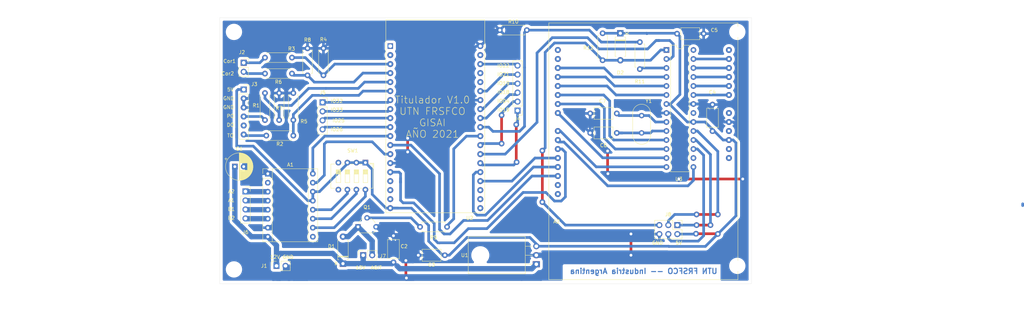
<source format=kicad_pcb>
(kicad_pcb (version 20171130) (host pcbnew "(5.1.6)-1")
  (title_block (title "Sistema embebido para titulador automático") (date 2021-02-09) (rev 0.3) (company "Fernando E. Daniele"))
  (layers (0 F.Cu signal) (31 B.Cu signal) (34 B.Paste user hide) (35 F.Paste user hide) (36 B.SilkS user hide) (37 F.SilkS user) (38 B.Mask user hide) (39 F.Mask user hide) (44 Edge.Cuts user))
  (net 0 "")
  (net 1 GND)
  (net 2 +5V)
  (net 3 "Net-(A1-Pad10)")
  (net 4 "Net-(A1-Pad3)")
  (net 5 "Net-(A1-Pad11)")
  (net 6 "Net-(A1-Pad4)")
  (net 7 "Net-(A1-Pad12)")
  (net 8 "Net-(A1-Pad5)")
  (net 9 "Net-(A1-Pad6)")
  (net 10 +12V)
  (net 11 "Net-(A2-Pad19)")
  (net 12 "Net-(A2-Pad20)")
  (net 13 "Net-(A2-Pad5)")
  (net 14 "Net-(A2-Pad21)")
  (net 15 "Net-(A2-Pad6)")
  (net 16 "Net-(A2-Pad22)")
  (net 17 "Net-(A2-Pad7)")
  (net 18 "Net-(A2-Pad8)")
  (net 19 "Net-(A2-Pad9)")
  (net 20 "Net-(A2-Pad10)")
  (net 21 "Net-(D1-Pad2)")
  (net 22 "Net-(J5-Pad1)")
  (net 23 "Net-(J5-Pad2)")
  (net 24 "Net-(J5-Pad3)")
  (net 25 "Net-(J5-Pad4)")
  (net 26 "Net-(Q1-Pad2)")
  (net 27 "Net-(R1-Pad1)")
  (net 28 "Net-(R2-Pad1)")
  (net 29 "Net-(R3-Pad1)")
  (net 30 "Net-(R6-Pad1)")
  (net 31 "Net-(R11-Pad1)")
  (net 32 /StepPAP)
  (net 33 /DirPAP)
  (net 34 /HCSO)
  (net 35 /HMOSI)
  (net 36 /HMISO)
  (net 37 /HCLK)
  (net 38 /Agitador)
  (net 39 "Net-(A2-Pad3)")
  (net 40 "Net-(A2-Pad4)")
  (net 41 "Net-(A2-Pad18)")
  (net 42 "Net-(C6-Pad2)")
  (net 43 "Net-(C7-Pad1)")
  (net 44 "Net-(D2-Pad2)")
  (net 45 "Net-(J2-Pad2)")
  (net 46 "Net-(J2-Pad1)")
  (net 47 "Net-(J3-Pad4)")
  (net 48 "Net-(J3-Pad6)")
  (net 49 "Net-(J4-Pad6)")
  (net 50 "Net-(J4-Pad5)")
  (net 51 "Net-(J4-Pad4)")
  (net 52 "Net-(J4-Pad3)")
  (net 53 "Net-(J4-Pad2)")
  (net 54 "Net-(J4-Pad1)")
  (net 55 "Net-(J8-Pad4)")
  (net 56 "Net-(J8-Pad3)")
  (net 57 "Net-(J8-Pad1)")
  (net 58 "Net-(R10-Pad2)")
  (net 59 "Net-(U2-Pad32)")
  (module Connector_PinSocket_2.54mm:PinSocket_1x06_P2.54mm_Vertical (layer F.Cu) (at 85.75 90.25)
    (fp_text reference J3 (at 3 -1.5) (layer F.SilkS))
    (fp_text value 1x6_F)
    (pad 1 thru_hole rect (at 0 0) (size 1.7 1.7) (drill 1) (layers *.Cu *.Mask) (net 2 +5V))
    (pad 2 thru_hole oval (at 0 2.54) (size 1.7 1.7) (drill 0.8) (layers *.Cu *.Mask) (net 1 GND))
    (pad 3 thru_hole oval (at 0 5.08) (size 1.7 1.7) (drill 0.8) (layers *.Cu *.Mask) (net 1 GND))
    (pad 4 thru_hole oval (at 0 7.62) (size 1.7 1.7) (drill 0.8) (layers *.Cu *.Mask) (net 47 "Net-(J3-Pad4)"))
    (pad 5 thru_hole oval (at 0 10.16) (size 1.7 1.7) (drill 0.8) (layers *.Cu *.Mask))
    (pad 6 thru_hole oval (at 0 12.7) (size 1.7 1.7) (drill 0.8) (layers *.Cu *.Mask) (net 48 "Net-(J3-Pad6)"))
  )
  (module pcbTitulador:MODULE_ESP32-DEVKITC-32D (layer F.Cu) (at 139.8 97.76)
    (fp_text reference U2 (at 9.7 28.74) (layer F.SilkS) (effects (font (size 1.000386 1.000386))))
    (fp_text value ESP32-DEVKITC-32D)
    (pad 1 thru_hole rect (at -12.7 -19.76) (size 1.56 1.56) (drill 1.04) (layers *.Cu *.Mask))
    (pad 2 thru_hole circle (at -12.7 -17.22) (size 1.7 1.7) (drill 0.75) (layers *.Cu *.Mask))
    (pad 19 thru_hole circle (at -12.7 25.96) (size 1.7 1.7) (drill 0.8) (layers *.Cu *.Mask) (net 2 +5V))
    (pad 3 thru_hole circle (at -12.7 -14.68) (size 1.7 1.7) (drill 0.75) (layers *.Cu *.Mask) (net 29 "Net-(R3-Pad1)"))
    (pad 4 thru_hole circle (at -12.7 -12.14) (size 1.7 1.7) (drill 0.8) (layers *.Cu *.Mask) (net 30 "Net-(R6-Pad1)"))
    (pad 5 thru_hole circle (at -12.7 -9.6) (size 1.7 1.7) (drill 0.8) (layers *.Cu *.Mask) (net 27 "Net-(R1-Pad1)"))
    (pad 6 thru_hole circle (at -12.7 -7.06) (size 1.7 1.7) (drill 0.8) (layers *.Cu *.Mask) (net 28 "Net-(R2-Pad1)"))
    (pad 7 thru_hole circle (at -12.7 -4.52) (size 1.7 1.7) (drill 0.8) (layers *.Cu *.Mask) (net 22 "Net-(J5-Pad1)"))
    (pad 8 thru_hole circle (at -12.7 -1.98) (size 1.7 1.7) (drill 0.8) (layers *.Cu *.Mask) (net 23 "Net-(J5-Pad2)"))
    (pad 9 thru_hole circle (at -12.7 0.56) (size 1.7 1.7) (drill 0.8) (layers *.Cu *.Mask) (net 24 "Net-(J5-Pad3)"))
    (pad 10 thru_hole circle (at -12.7 3.1) (size 1.7 1.7) (drill 0.8) (layers *.Cu *.Mask) (net 25 "Net-(J5-Pad4)"))
    (pad 11 thru_hole circle (at -12.7 5.64) (size 1.7 1.7) (drill 0.8) (layers *.Cu *.Mask) (net 33 /DirPAP))
    (pad 12 thru_hole circle (at -12.7 8.18) (size 1.7 1.7) (drill 0.8) (layers *.Cu *.Mask) (net 37 /HCLK))
    (pad 13 thru_hole circle (at -12.7 10.72) (size 1.7 1.7) (drill 0.8) (layers *.Cu *.Mask) (net 32 /StepPAP))
    (pad 14 thru_hole circle (at -12.7 13.26) (size 1.7 1.7) (drill 0.8) (layers *.Cu *.Mask) (net 1 GND))
    (pad 15 thru_hole circle (at -12.7 15.8) (size 1.7 1.7) (drill 0.8) (layers *.Cu *.Mask) (net 34 /HCSO))
    (pad 16 thru_hole circle (at -12.7 18.34) (size 1.7 1.7) (drill 0.8) (layers *.Cu *.Mask))
    (pad 17 thru_hole circle (at -12.7 20.88) (size 1.7 1.7) (drill 0.8) (layers *.Cu *.Mask))
    (pad 18 thru_hole circle (at -12.7 23.42) (size 1.7 1.7) (drill 0.8) (layers *.Cu *.Mask))
    (pad 20 thru_hole circle (at 12.7 -19.76) (size 1.7 1.7) (drill 0.9) (layers *.Cu *.Mask) (net 1 GND))
    (pad 21 thru_hole circle (at 12.7 -17.22) (size 1.7 1.7) (drill 0.8) (layers *.Cu *.Mask))
    (pad 22 thru_hole circle (at 12.7 -14.68) (size 1.7 1.7) (drill 0.8) (layers *.Cu *.Mask) (net 49 "Net-(J4-Pad6)"))
    (pad 23 thru_hole circle (at 12.7 -12.14) (size 1.7 1.7) (drill 0.8) (layers *.Cu *.Mask))
    (pad 24 thru_hole circle (at 12.7 -9.6) (size 1.7 1.7) (drill 0.8) (layers *.Cu *.Mask))
    (pad 25 thru_hole circle (at 12.7 -7.06) (size 1.7 1.7) (drill 0.8) (layers *.Cu *.Mask) (net 50 "Net-(J4-Pad5)"))
    (pad 26 thru_hole circle (at 12.7 -4.52) (size 1.7 1.7) (drill 0.8) (layers *.Cu *.Mask) (net 1 GND))
    (pad 27 thru_hole circle (at 12.7 -1.98) (size 1.7 1.7) (drill 0.8) (layers *.Cu *.Mask) (net 51 "Net-(J4-Pad4)"))
    (pad 28 thru_hole circle (at 12.7 0.56) (size 1.7 1.7) (drill 0.8) (layers *.Cu *.Mask) (net 52 "Net-(J4-Pad3)"))
    (pad 29 thru_hole circle (at 12.7 3.1) (size 1.7 1.7) (drill 0.8) (layers *.Cu *.Mask) (net 58 "Net-(R10-Pad2)"))
    (pad 30 thru_hole circle (at 12.7 5.64) (size 1.7 1.7) (drill 0.8) (layers *.Cu *.Mask) (net 38 /Agitador))
    (pad 31 thru_hole circle (at 12.7 8.18) (size 1.7 1.7) (drill 0.8) (layers *.Cu *.Mask) (net 53 "Net-(J4-Pad2)"))
    (pad 32 thru_hole circle (at 12.7 10.72) (size 1.7 1.7) (drill 0.8) (layers *.Cu *.Mask) (net 59 "Net-(U2-Pad32)"))
    (pad 33 thru_hole circle (at 12.7 13.26) (size 1.7 1.7) (drill 0.8) (layers *.Cu *.Mask) (net 54 "Net-(J4-Pad1)"))
    (pad 34 thru_hole circle (at 12.7 15.8) (size 1.7 1.7) (drill 0.8) (layers *.Cu *.Mask) (net 36 /HMISO))
    (pad 35 thru_hole circle (at 12.7 18.34) (size 1.7 1.7) (drill 0.8) (layers *.Cu *.Mask) (net 35 /HMOSI))
    (pad 36 thru_hole circle (at 12.7 20.88) (size 1.7 1.7) (drill 0.8) (layers *.Cu *.Mask))
    (pad 37 thru_hole circle (at 12.7 23.42) (size 1.7 1.7) (drill 0.8) (layers *.Cu *.Mask))
    (pad 38 thru_hole circle (at 12.7 25.96) (size 1.7 1.7) (drill 0.8) (layers *.Cu *.Mask))
  )
  (module pcbTitulador:MCUFriend (layer F.Cu) (at 198.5 104.5)
    (fp_text reference A2 (at -24.5 23) (layer F.SilkS))
    (fp_text value MCU_Friend)
    (pad 28 thru_hole circle (at 24.13 5.08) (size 1.7 1.7) (drill 0.762) (layers *.Cu *.Mask))
    (pad 27 thru_hole circle (at 24.13 2.54) (size 1.7 1.7) (drill 0.762) (layers *.Cu *.Mask))
    (pad 26 thru_hole circle (at 24.13 0) (size 1.7 1.7) (drill 0.762) (layers *.Cu *.Mask) (net 2 +5V))
    (pad 25 thru_hole circle (at 24.13 -2.54) (size 1.7 1.7) (drill 0.762) (layers *.Cu *.Mask))
    (pad 24 thru_hole circle (at 24.13 -5.08) (size 1.7 1.7) (drill 0.762) (layers *.Cu *.Mask) (net 1 GND))
    (pad 23 thru_hole circle (at 24.13 -7.62) (size 1.7 1.7) (drill 0.762) (layers *.Cu *.Mask))
    (pad 22 thru_hole circle (at 24.13 -12.7) (size 1.7 1.7) (drill 0.762) (layers *.Cu *.Mask) (net 16 "Net-(A2-Pad22)"))
    (pad 21 thru_hole circle (at 24.13 -15.24) (size 1.7 1.7) (drill 0.762) (layers *.Cu *.Mask) (net 14 "Net-(A2-Pad21)"))
    (pad 20 thru_hole circle (at 24.13 -17.78) (size 1.7 1.7) (drill 0.762) (layers *.Cu *.Mask) (net 12 "Net-(A2-Pad20)"))
    (pad 19 thru_hole circle (at 24.13 -20.32) (size 1.7 1.7) (drill 0.762) (layers *.Cu *.Mask) (net 11 "Net-(A2-Pad19)"))
    (pad 18 thru_hole circle (at 24.13 -22.86) (size 1.7 1.7) (drill 0.762) (layers *.Cu *.Mask) (net 41 "Net-(A2-Pad18)"))
    (pad 17 thru_hole circle (at 24.13 -25.4) (size 1.7 1.7) (drill 0.762) (layers *.Cu *.Mask))
    (pad 16 thru_hole circle (at -24.13 15.24) (size 1.7 1.7) (drill 0.762) (layers *.Cu *.Mask))
    (pad 15 thru_hole circle (at -24.13 12.7) (size 1.7 1.7) (drill 0.762) (layers *.Cu *.Mask))
    (pad 14 thru_hole circle (at -24.13 10.16) (size 1.7 1.7) (drill 0.762) (layers *.Cu *.Mask) (net 37 /HCLK))
    (pad 13 thru_hole circle (at -24.13 7.62) (size 1.7 1.7) (drill 0.762) (layers *.Cu *.Mask) (net 36 /HMISO))
    (pad 12 thru_hole circle (at -24.13 5.08) (size 1.7 1.7) (drill 0.762) (layers *.Cu *.Mask) (net 35 /HMOSI))
    (pad 11 thru_hole circle (at -24.13 2.54) (size 1.7 1.7) (drill 0.762) (layers *.Cu *.Mask) (net 34 /HCSO))
    (pad 10 thru_hole circle (at -24.13 0) (size 1.7 1.7) (drill 0.762) (layers *.Cu *.Mask) (net 20 "Net-(A2-Pad10)"))
    (pad 9 thru_hole circle (at -24.13 -2.54) (size 1.7 1.7) (drill 0.762) (layers *.Cu *.Mask) (net 19 "Net-(A2-Pad9)"))
    (pad 8 thru_hole circle (at -24.13 -7.62) (size 1.7 1.7) (drill 0.762) (layers *.Cu *.Mask) (net 18 "Net-(A2-Pad8)"))
    (pad 7 thru_hole circle (at -24.13 -10.16) (size 1.7 1.7) (drill 0.762) (layers *.Cu *.Mask) (net 17 "Net-(A2-Pad7)"))
    (pad 6 thru_hole circle (at -24.13 -12.7) (size 1.7 1.7) (drill 0.762) (layers *.Cu *.Mask) (net 15 "Net-(A2-Pad6)"))
    (pad 5 thru_hole circle (at -24.13 -15.24) (size 1.7 1.7) (drill 0.762) (layers *.Cu *.Mask) (net 13 "Net-(A2-Pad5)"))
    (pad 4 thru_hole circle (at -24.13 -17.78) (size 1.7 1.7) (drill 0.762) (layers *.Cu *.Mask) (net 40 "Net-(A2-Pad4)"))
    (pad 3 thru_hole circle (at -24.13 -20.32) (size 1.7 1.7) (drill 0.762) (layers *.Cu *.Mask) (net 39 "Net-(A2-Pad3)"))
    (pad 2 thru_hole circle (at -24.13 -22.86) (size 1.7 1.7) (drill 0.762) (layers *.Cu *.Mask))
    (pad 1 thru_hole circle (at -24.13 -25.4) (size 1.7 1.7) (drill 0.8) (layers *.Cu *.Mask))
  )
  (module MountingHole:MountingHole_3mm (layer F.Cu) (at 83 141)
    (fp_text reference H3 hide)
    (fp_text value MountingHole)
    (pad 1 np_thru_hole circle (at 0 0) (size 3 3) (drill 3) (layers *.Cu *.Mask))
  )
  (module Resistor_THT:R_Axial_DIN0207_L6.3mm_D2.5mm_P7.62mm_Horizontal (layer F.Cu) (at 135.5 129)
    (fp_text reference R9 (at 3.81 3) (layer F.SilkS))
    (fp_text value 10K)
    (pad 1 thru_hole circle (at 0 0) (size 1.6 1.6) (drill 0.8) (layers *.Cu *.Mask) (net 26 "Net-(Q1-Pad2)"))
    (pad 2 thru_hole oval (at 7.62 0) (size 1.6 1.6) (drill 0.8) (layers *.Cu *.Mask) (net 38 /Agitador))
  )
  (module Package_TO_SOT_THT:TO-220F-3_Horizontal_TabDown (layer F.Cu) (at 168.3 139.54 90)
    (fp_text reference U1 (at 2.54 -20.22 180) (layer F.SilkS))
    (fp_text value LM7805_TO220)
    (pad 3 thru_hole oval (at 5.08 0 90) (size 1.7 1.72) (drill 1) (layers *.Cu *.Mask) (net 2 +5V))
    (pad 2 thru_hole oval (at 2.54 0 90) (size 1.7 2) (drill 1) (layers *.Cu *.Mask) (net 1 GND))
    (pad 1 thru_hole rect (at 0 0 90) (size 1.7 2) (drill 1) (layers *.Cu *.Mask) (net 10 +12V))
    (pad "" np_thru_hole oval (at 2.54 -15.8 90) (size 3.5 3.5) (drill 3.5) (layers *.Cu *.Mask))
  )
  (module Connector_PinSocket_2.54mm:PinSocket_1x04_P2.54mm_Vertical (layer F.Cu) (at 108 93.88)
    (fp_text reference J5 (at 0 -2.77) (layer F.SilkS))
    (fp_text value 1x4_F)
    (pad 4 thru_hole oval (at 0 7.62) (size 1.7 1.7) (drill 1) (layers *.Cu *.Mask) (net 25 "Net-(J5-Pad4)"))
    (pad 3 thru_hole oval (at 0 5.08) (size 1.7 1.7) (drill 1) (layers *.Cu *.Mask) (net 24 "Net-(J5-Pad3)"))
    (pad 2 thru_hole oval (at 0 2.54) (size 1.7 1.7) (drill 1) (layers *.Cu *.Mask) (net 23 "Net-(J5-Pad2)"))
    (pad 1 thru_hole rect (at 0 0) (size 1.7 1.7) (drill 1) (layers *.Cu *.Mask) (net 22 "Net-(J5-Pad1)"))
  )
  (module Capacitor_THT:C_Axial_L5.1mm_D3.1mm_P7.50mm_Horizontal (layer F.Cu) (at 128 139 90)
    (fp_text reference C2 (at 4.5 3 180) (layer F.SilkS))
    (fp_text value 0.33uF)
    (pad 2 thru_hole oval (at 7.5 0 90) (size 1.6 1.6) (drill 0.8) (layers *.Cu *.Mask) (net 1 GND))
    (pad 1 thru_hole circle (at 0 0 90) (size 1.6 1.6) (drill 0.8) (layers *.Cu *.Mask) (net 10 +12V))
  )
  (module Capacitor_THT:C_Axial_L5.1mm_D3.1mm_P7.50mm_Horizontal (layer F.Cu) (at 142.5 137 180)
    (fp_text reference C3 (at 3.75 -2.67) (layer F.SilkS))
    (fp_text value 0.1uF)
    (pad 2 thru_hole oval (at 7.5 0 180) (size 1.6 1.6) (drill 0.8) (layers *.Cu *.Mask) (net 1 GND))
    (pad 1 thru_hole circle (at 0 0 180) (size 1.6 1.6) (drill 0.8) (layers *.Cu *.Mask) (net 2 +5V))
  )
  (module Crystal:Crystal_HC18-U_Vertical (layer F.Cu) (at 198 97.6 270)
    (fp_text reference Y1 (at -4.1 -2 180) (layer F.SilkS))
    (fp_text value 16MHz)
    (pad 2 thru_hole circle (at 4.9 0 270) (size 1.5 1.5) (drill 0.8) (layers *.Cu *.Mask) (net 42 "Net-(C6-Pad2)"))
    (pad 1 thru_hole circle (at 0 0 270) (size 1.5 1.5) (drill 0.8) (layers *.Cu *.Mask) (net 43 "Net-(C7-Pad1)"))
  )
  (module Package_DIP:DIP-28_W7.62mm (layer F.Cu) (at 205 79.1)
    (fp_text reference U3 (at 3.5 36.4) (layer F.SilkS))
    (fp_text value ATmega328P-PU)
    (pad 28 thru_hole oval (at 7.62 0) (size 1.6 1.6) (drill 0.8) (layers *.Cu *.Mask))
    (pad 14 thru_hole oval (at 0 33.02) (size 1.6 1.6) (drill 0.8) (layers *.Cu *.Mask) (net 19 "Net-(A2-Pad9)"))
    (pad 27 thru_hole oval (at 7.62 2.54) (size 1.6 1.6) (drill 0.8) (layers *.Cu *.Mask) (net 41 "Net-(A2-Pad18)"))
    (pad 13 thru_hole oval (at 0 30.48) (size 1.6 1.6) (drill 0.8) (layers *.Cu *.Mask) (net 18 "Net-(A2-Pad8)"))
    (pad 26 thru_hole oval (at 7.62 5.08) (size 1.6 1.6) (drill 0.8) (layers *.Cu *.Mask) (net 11 "Net-(A2-Pad19)"))
    (pad 12 thru_hole oval (at 0 27.94) (size 1.6 1.6) (drill 0.8) (layers *.Cu *.Mask) (net 17 "Net-(A2-Pad7)"))
    (pad 25 thru_hole oval (at 7.62 7.62) (size 1.6 1.6) (drill 0.8) (layers *.Cu *.Mask) (net 12 "Net-(A2-Pad20)"))
    (pad 11 thru_hole oval (at 0 25.4) (size 1.6 1.6) (drill 0.8) (layers *.Cu *.Mask) (net 15 "Net-(A2-Pad6)"))
    (pad 24 thru_hole oval (at 7.62 10.16) (size 1.6 1.6) (drill 0.8) (layers *.Cu *.Mask) (net 14 "Net-(A2-Pad21)"))
    (pad 10 thru_hole oval (at 0 22.86) (size 1.6 1.6) (drill 0.8) (layers *.Cu *.Mask) (net 42 "Net-(C6-Pad2)"))
    (pad 23 thru_hole oval (at 7.62 12.7) (size 1.6 1.6) (drill 0.8) (layers *.Cu *.Mask) (net 16 "Net-(A2-Pad22)"))
    (pad 9 thru_hole oval (at 0 20.32) (size 1.6 1.6) (drill 0.8) (layers *.Cu *.Mask) (net 43 "Net-(C7-Pad1)"))
    (pad 22 thru_hole oval (at 7.62 15.24) (size 1.6 1.6) (drill 0.8) (layers *.Cu *.Mask) (net 1 GND))
    (pad 8 thru_hole oval (at 0 17.78) (size 1.6 1.6) (drill 0.8) (layers *.Cu *.Mask) (net 1 GND))
    (pad 21 thru_hole oval (at 7.62 17.78) (size 1.6 1.6) (drill 0.8) (layers *.Cu *.Mask))
    (pad 7 thru_hole oval (at 0 15.24) (size 1.6 1.6) (drill 0.8) (layers *.Cu *.Mask) (net 2 +5V))
    (pad 20 thru_hole oval (at 7.62 20.32) (size 1.6 1.6) (drill 0.8) (layers *.Cu *.Mask) (net 2 +5V))
    (pad 6 thru_hole oval (at 0 12.7) (size 1.6 1.6) (drill 0.8) (layers *.Cu *.Mask) (net 13 "Net-(A2-Pad5)"))
    (pad 19 thru_hole oval (at 7.62 22.86) (size 1.6 1.6) (drill 0.8) (layers *.Cu *.Mask) (net 56 "Net-(J8-Pad3)"))
    (pad 5 thru_hole oval (at 0 10.16) (size 1.6 1.6) (drill 0.8) (layers *.Cu *.Mask) (net 40 "Net-(A2-Pad4)"))
    (pad 18 thru_hole oval (at 7.62 25.4) (size 1.6 1.6) (drill 0.8) (layers *.Cu *.Mask) (net 57 "Net-(J8-Pad1)"))
    (pad 4 thru_hole oval (at 0 7.62) (size 1.6 1.6) (drill 0.8) (layers *.Cu *.Mask) (net 39 "Net-(A2-Pad3)"))
    (pad 17 thru_hole oval (at 7.62 27.94) (size 1.6 1.6) (drill 0.8) (layers *.Cu *.Mask) (net 55 "Net-(J8-Pad4)"))
    (pad 3 thru_hole oval (at 0 5.08) (size 1.6 1.6) (drill 0.8) (layers *.Cu *.Mask) (net 31 "Net-(R11-Pad1)"))
    (pad 16 thru_hole oval (at 7.62 30.48) (size 1.6 1.6) (drill 0.8) (layers *.Cu *.Mask))
    (pad 2 thru_hole oval (at 0 2.54) (size 1.6 1.6) (drill 0.8) (layers *.Cu *.Mask) (net 59 "Net-(U2-Pad32)"))
    (pad 15 thru_hole oval (at 7.62 33.02) (size 1.6 1.6) (drill 0.8) (layers *.Cu *.Mask) (net 20 "Net-(A2-Pad10)"))
    (pad 1 thru_hole rect (at 0 0) (size 1.6 1.6) (drill 0.8) (layers *.Cu *.Mask) (net 44 "Net-(D2-Pad2)"))
  )
  (module Resistor_THT:R_Axial_DIN0207_L6.3mm_D2.5mm_P7.62mm_Horizontal (layer F.Cu) (at 187 82 90)
    (fp_text reference R12 (at 3.5 -4 180) (layer F.SilkS))
    (fp_text value 10K)
    (pad 2 thru_hole oval (at 7.62 0 90) (size 1.6 1.6) (drill 0.8) (layers *.Cu *.Mask) (net 2 +5V))
    (pad 1 thru_hole circle (at 0 0 90) (size 1.6 1.6) (drill 0.8) (layers *.Cu *.Mask) (net 44 "Net-(D2-Pad2)"))
  )
  (module Connector_PinHeader_2.54mm:PinHeader_2x03_P2.54mm_Vertical (layer F.Cu) (at 208.08 128.5 270)
    (fp_text reference J8 (at -3 2.58 180) (layer F.SilkS))
    (fp_text value 2x3_Odd_Even)
    (pad 6 thru_hole oval (at 2.54 5.08 270) (size 1.7 1.7) (drill 1) (layers *.Cu *.Mask) (net 1 GND))
    (pad 5 thru_hole oval (at 0 5.08 270) (size 1.7 1.7) (drill 1) (layers *.Cu *.Mask) (net 44 "Net-(D2-Pad2)"))
    (pad 4 thru_hole oval (at 2.54 2.54 270) (size 1.7 1.7) (drill 1) (layers *.Cu *.Mask) (net 55 "Net-(J8-Pad4)"))
    (pad 3 thru_hole oval (at 0 2.54 270) (size 1.7 1.7) (drill 1) (layers *.Cu *.Mask) (net 56 "Net-(J8-Pad3)"))
    (pad 2 thru_hole oval (at 2.54 0 270) (size 1.7 1.7) (drill 1) (layers *.Cu *.Mask) (net 2 +5V))
    (pad 1 thru_hole rect (at 0 0 270) (size 1.7 1.7) (drill 1) (layers *.Cu *.Mask) (net 57 "Net-(J8-Pad1)"))
  )
  (module Connector_PinHeader_2.54mm:PinHeader_1x06_P2.54mm_Vertical (layer F.Cu) (at 163 96.2 180)
    (fp_text reference J4 (at 0 -2.33) (layer F.SilkS))
    (fp_text value 1x6_F)
    (pad 6 thru_hole oval (at 0 12.7 180) (size 1.7 1.7) (drill 1) (layers *.Cu *.Mask) (net 49 "Net-(J4-Pad6)"))
    (pad 5 thru_hole oval (at 0 10.16 180) (size 1.7 1.7) (drill 1) (layers *.Cu *.Mask) (net 50 "Net-(J4-Pad5)"))
    (pad 4 thru_hole oval (at 0 7.62 180) (size 1.7 1.7) (drill 1) (layers *.Cu *.Mask) (net 51 "Net-(J4-Pad4)"))
    (pad 3 thru_hole oval (at 0 5.08 180) (size 1.7 1.7) (drill 1) (layers *.Cu *.Mask) (net 52 "Net-(J4-Pad3)"))
    (pad 2 thru_hole oval (at 0 2.54 180) (size 1.7 1.7) (drill 1) (layers *.Cu *.Mask) (net 53 "Net-(J4-Pad2)"))
    (pad 1 thru_hole rect (at 0 0 180) (size 1.7 1.7) (drill 1) (layers *.Cu *.Mask) (net 54 "Net-(J4-Pad1)"))
  )
  (module Diode_THT:D_A-405_P7.62mm_Horizontal (layer F.Cu) (at 192 74.38 270)
    (fp_text reference D2 (at 11.12 0 180) (layer F.SilkS))
    (fp_text value 1N4148)
    (fp_text user K (at 0 -1.9 90) (layer F.SilkS))
    (pad 2 thru_hole oval (at 7.62 0 270) (size 1.8 1.8) (drill 0.9) (layers *.Cu *.Mask) (net 44 "Net-(D2-Pad2)"))
    (pad 1 thru_hole rect (at 0 0 270) (size 1.8 1.8) (drill 0.9) (layers *.Cu *.Mask) (net 2 +5V))
  )
  (module Capacitor_THT:C_Axial_L5.1mm_D3.1mm_P7.50mm_Horizontal (layer F.Cu) (at 191 97 180)
    (fp_text reference C7 (at 4 3.5) (layer F.SilkS))
    (fp_text value 22nF)
    (pad 2 thru_hole oval (at 7.5 0 180) (size 1.6 1.6) (drill 0.8) (layers *.Cu *.Mask) (net 1 GND))
    (pad 1 thru_hole circle (at 0 0 180) (size 1.6 1.6) (drill 0.8) (layers *.Cu *.Mask) (net 43 "Net-(C7-Pad1)"))
  )
  (module Capacitor_THT:C_Axial_L5.1mm_D3.1mm_P7.50mm_Horizontal (layer F.Cu) (at 183.5 102.5)
    (fp_text reference C6 (at 3.75 3.5) (layer F.SilkS))
    (fp_text value 22nF)
    (pad 2 thru_hole oval (at 7.5 0) (size 1.6 1.6) (drill 0.8) (layers *.Cu *.Mask) (net 42 "Net-(C6-Pad2)"))
    (pad 1 thru_hole circle (at 0 0) (size 1.6 1.6) (drill 0.8) (layers *.Cu *.Mask) (net 1 GND))
  )
  (module Capacitor_THT:C_Axial_L5.1mm_D3.1mm_P7.50mm_Horizontal (layer F.Cu) (at 208 74.5)
    (fp_text reference C5 (at 10.5 -1) (layer F.SilkS))
    (fp_text value 0.1uF)
    (pad 2 thru_hole oval (at 7.5 0) (size 1.6 1.6) (drill 0.8) (layers *.Cu *.Mask) (net 1 GND))
    (pad 1 thru_hole circle (at 0 0) (size 1.6 1.6) (drill 0.8) (layers *.Cu *.Mask) (net 2 +5V))
  )
  (module Capacitor_THT:C_Axial_L5.1mm_D3.1mm_P7.50mm_Horizontal (layer F.Cu) (at 218 102 90)
    (fp_text reference C4 (at 11 0 180) (layer F.SilkS))
    (fp_text value 0.1uF)
    (pad 2 thru_hole oval (at 7.5 0 90) (size 1.6 1.6) (drill 0.8) (layers *.Cu *.Mask) (net 1 GND))
    (pad 1 thru_hole circle (at 0 0 90) (size 1.6 1.6) (drill 0.8) (layers *.Cu *.Mask) (net 2 +5V))
  )
  (module Connector_PinSocket_2.54mm:PinSocket_1x04_P2.54mm_Vertical (layer F.Cu) (at 86.25 119)
    (fp_text reference J6 (at 0 11.5) (layer F.SilkS))
    (fp_text value 1x4_F)
    (pad 4 thru_hole oval (at 0 7.62) (size 1.7 1.7) (drill 1) (layers *.Cu *.Mask) (net 9 "Net-(A1-Pad6)"))
    (pad 3 thru_hole oval (at 0 5.08) (size 1.7 1.7) (drill 1) (layers *.Cu *.Mask) (net 8 "Net-(A1-Pad5)"))
    (pad 2 thru_hole oval (at 0 2.54) (size 1.7 1.7) (drill 1) (layers *.Cu *.Mask) (net 6 "Net-(A1-Pad4)"))
    (pad 1 thru_hole rect (at 0 0) (size 1.7 1.7) (drill 1) (layers *.Cu *.Mask) (net 4 "Net-(A1-Pad3)"))
  )
  (module Connector_PinSocket_2.54mm:PinSocket_1x02_P2.54mm_Vertical (layer F.Cu) (at 95 140 90)
    (fp_text reference J1 (at 0 -3.5 180) (layer F.SilkS))
    (fp_text value 1x2_F)
    (pad 1 thru_hole rect (at 0 0 90) (size 1.7 1.7) (drill 1) (layers *.Cu *.Mask) (net 10 +12V))
    (pad 2 thru_hole oval (at 0 2.54 90) (size 1.7 1.7) (drill 1) (layers *.Cu *.Mask) (net 1 GND))
  )
  (module Connector_PinSocket_2.54mm:PinSocket_1x02_P2.54mm_Vertical (layer F.Cu) (at 119.46 137 90)
    (fp_text reference J7 (at -0.25 5.54 180) (layer F.SilkS))
    (fp_text value 1x2_F)
    (pad 1 thru_hole rect (at 0 0 90) (size 1.7 1.7) (drill 1) (layers *.Cu *.Mask) (net 10 +12V))
    (pad 2 thru_hole oval (at 0 2.54 90) (size 1.7 1.7) (drill 1) (layers *.Cu *.Mask) (net 21 "Net-(D1-Pad2)"))
  )
  (module Diode_THT:D_A-405_P7.62mm_Horizontal (layer F.Cu) (at 113.75 139.37 90)
    (fp_text reference D1 (at 4.87 -3.25 180) (layer F.SilkS))
    (fp_text value 1N4007)
    (fp_text user K (at 0 -1.9 180) (layer F.SilkS))
    (pad 1 thru_hole rect (at 0 0 90) (size 1.8 1.8) (drill 0.9) (layers *.Cu *.Mask) (net 10 +12V))
    (pad 2 thru_hole oval (at 7.62 0 90) (size 1.8 1.8) (drill 0.9) (layers *.Cu *.Mask) (net 21 "Net-(D1-Pad2)"))
  )
  (module Package_TO_SOT_THT:TO-92L_Wide (layer F.Cu) (at 118 129)
    (fp_text reference Q1 (at 2.54 -5.54) (layer F.SilkS))
    (fp_text value BC548)
    (pad 2 thru_hole circle (at 2.54 -2.54 90) (size 1.5 1.5) (drill 0.8) (layers *.Cu *.Mask) (net 26 "Net-(Q1-Pad2)"))
    (pad 3 thru_hole circle (at 5.08 0 90) (size 1.5 1.5) (drill 0.8) (layers *.Cu *.Mask) (net 1 GND))
    (pad 1 thru_hole rect (at 0 0 90) (size 1.5 1.5) (drill 0.8) (layers *.Cu *.Mask) (net 21 "Net-(D1-Pad2)"))
  )
  (module Module:Pololu_Breakout-16_15.2x20.3mm (layer F.Cu) (at 92.55 114)
    (fp_text reference A1 (at 6.35 -2.54) (layer F.SilkS))
    (fp_text value Pololu_DRV8825)
    (pad 1 thru_hole rect (at 0 0) (size 1.6 1.6) (drill 0.8) (layers *.Cu *.Mask) (net 1 GND))
    (pad 9 thru_hole oval (at 12.7 17.78) (size 1.6 1.6) (drill 0.8) (layers *.Cu *.Mask))
    (pad 2 thru_hole oval (at 0 2.54) (size 1.6 1.6) (drill 0.8) (layers *.Cu *.Mask))
    (pad 10 thru_hole oval (at 12.7 15.24) (size 1.6 1.6) (drill 0.8) (layers *.Cu *.Mask) (net 3 "Net-(A1-Pad10)"))
    (pad 3 thru_hole oval (at 0 5.08) (size 1.6 1.6) (drill 0.8) (layers *.Cu *.Mask) (net 4 "Net-(A1-Pad3)"))
    (pad 11 thru_hole oval (at 12.7 12.7) (size 1.6 1.6) (drill 0.8) (layers *.Cu *.Mask) (net 5 "Net-(A1-Pad11)"))
    (pad 4 thru_hole oval (at 0 7.62) (size 1.6 1.6) (drill 0.8) (layers *.Cu *.Mask) (net 6 "Net-(A1-Pad4)"))
    (pad 12 thru_hole oval (at 12.7 10.16) (size 1.6 1.6) (drill 0.8) (layers *.Cu *.Mask) (net 7 "Net-(A1-Pad12)"))
    (pad 5 thru_hole oval (at 0 10.16) (size 1.6 1.6) (drill 0.8) (layers *.Cu *.Mask) (net 8 "Net-(A1-Pad5)"))
    (pad 13 thru_hole oval (at 12.7 7.62) (size 1.6 1.6) (drill 0.8) (layers *.Cu *.Mask) (net 2 +5V))
    (pad 6 thru_hole oval (at 0 12.7) (size 1.6 1.6) (drill 0.8) (layers *.Cu *.Mask) (net 9 "Net-(A1-Pad6)"))
    (pad 14 thru_hole oval (at 12.7 5.08) (size 1.6 1.6) (drill 0.8) (layers *.Cu *.Mask) (net 2 +5V))
    (pad 7 thru_hole oval (at 0 15.24) (size 1.6 1.6) (drill 0.8) (layers *.Cu *.Mask) (net 1 GND))
    (pad 15 thru_hole oval (at 12.7 2.54) (size 1.6 1.6) (drill 0.8) (layers *.Cu *.Mask) (net 32 /StepPAP))
    (pad 8 thru_hole oval (at 0 17.78) (size 1.6 1.6) (drill 0.8) (layers *.Cu *.Mask) (net 10 +12V))
    (pad 16 thru_hole oval (at 12.7 0) (size 1.6 1.6) (drill 0.8) (layers *.Cu *.Mask) (net 33 /DirPAP))
  )
  (module Button_Switch_THT:SW_DIP_SPSTx04_Slide_6.7x11.72mm_W7.62mm_P2.54mm_LowProfile (layer F.Cu) (at 120.08 110.88 270)
    (fp_text reference SW1 (at -3.38 3.58 180) (layer F.SilkS))
    (fp_text value SW_DIP_x04)
    (pad 1 thru_hole rect (at 0 0 270) (size 1.6 1.6) (drill 0.8) (layers *.Cu *.Mask) (net 2 +5V))
    (pad 5 thru_hole oval (at 7.62 7.62 270) (size 1.6 1.6) (drill 0.8) (layers *.Cu *.Mask))
    (pad 2 thru_hole oval (at 0 2.54 270) (size 1.6 1.6) (drill 0.8) (layers *.Cu *.Mask) (net 2 +5V))
    (pad 6 thru_hole oval (at 7.62 5.08 270) (size 1.6 1.6) (drill 0.8) (layers *.Cu *.Mask) (net 7 "Net-(A1-Pad12)"))
    (pad 3 thru_hole oval (at 0 5.08 270) (size 1.6 1.6) (drill 0.8) (layers *.Cu *.Mask) (net 2 +5V))
    (pad 7 thru_hole oval (at 7.62 2.54 270) (size 1.6 1.6) (drill 0.8) (layers *.Cu *.Mask) (net 5 "Net-(A1-Pad11)"))
    (pad 4 thru_hole oval (at 0 7.62 270) (size 1.6 1.6) (drill 0.8) (layers *.Cu *.Mask))
    (pad 8 thru_hole oval (at 7.62 0 270) (size 1.6 1.6) (drill 0.8) (layers *.Cu *.Mask) (net 3 "Net-(A1-Pad10)"))
  )
  (module Resistor_THT:R_Axial_DIN0207_L6.3mm_D2.5mm_P7.62mm_Horizontal (layer F.Cu) (at 95.75 98.87 90)
    (fp_text reference R7 (at 3.37 0 180) (layer F.SilkS))
    (fp_text value 33K)
    (pad 2 thru_hole oval (at 7.62 0 90) (size 1.6 1.6) (drill 0.8) (layers *.Cu *.Mask) (net 1 GND))
    (pad 1 thru_hole circle (at 0 0 90) (size 1.6 1.6) (drill 0.8) (layers *.Cu *.Mask) (net 27 "Net-(R1-Pad1)"))
  )
  (module Capacitor_THT:CP_Radial_D7.5mm_P2.50mm (layer F.Cu) (at 83.25 112)
    (fp_text reference C1 (at 1.25 -5) (layer F.SilkS))
    (fp_text value 100uF)
    (pad 1 thru_hole rect (at 0 0) (size 1.6 1.6) (drill 0.8) (layers *.Cu *.Mask) (net 10 +12V))
    (pad 2 thru_hole circle (at 2.5 0) (size 1.6 1.6) (drill 0.8) (layers *.Cu *.Mask) (net 1 GND))
  )
  (module Connector_PinSocket_2.54mm:PinSocket_1x02_P2.54mm_Vertical (layer F.Cu) (at 85.75 82.71)
    (fp_text reference J2 (at -0.5 -2.96) (layer F.SilkS))
    (fp_text value 1x2_F)
    (pad 2 thru_hole oval (at 0 2.54) (size 1.7 1.7) (drill 1) (layers *.Cu *.Mask) (net 45 "Net-(J2-Pad2)"))
    (pad 1 thru_hole rect (at 0 0) (size 1.7 1.7) (drill 1) (layers *.Cu *.Mask) (net 46 "Net-(J2-Pad1)"))
  )
  (module Resistor_THT:R_Axial_DIN0207_L6.3mm_D2.5mm_P7.62mm_Horizontal (layer F.Cu) (at 91.75 91.25 270)
    (fp_text reference R1 (at 3.5 2.5 180) (layer F.SilkS))
    (fp_text value 18K)
    (pad 1 thru_hole circle (at 0 0 270) (size 1.6 1.6) (drill 0.8) (layers *.Cu *.Mask) (net 27 "Net-(R1-Pad1)"))
    (pad 2 thru_hole oval (at 7.62 0 270) (size 1.6 1.6) (drill 0.8) (layers *.Cu *.Mask) (net 47 "Net-(J3-Pad4)"))
  )
  (module Resistor_THT:R_Axial_DIN0207_L6.3mm_D2.5mm_P7.62mm_Horizontal (layer F.Cu) (at 99.75 103.25 180)
    (fp_text reference R2 (at 3.81 -2.37) (layer F.SilkS))
    (fp_text value 18K)
    (pad 1 thru_hole circle (at 0 0 180) (size 1.6 1.6) (drill 0.8) (layers *.Cu *.Mask) (net 28 "Net-(R2-Pad1)"))
    (pad 2 thru_hole oval (at 7.62 0 180) (size 1.6 1.6) (drill 0.8) (layers *.Cu *.Mask) (net 48 "Net-(J3-Pad6)"))
  )
  (module Resistor_THT:R_Axial_DIN0207_L6.3mm_D2.5mm_P7.62mm_Horizontal (layer F.Cu) (at 99.37 81.25 180)
    (fp_text reference R3 (at 0.12 2.5) (layer F.SilkS))
    (fp_text value 18K)
    (pad 1 thru_hole circle (at 0 0 180) (size 1.6 1.6) (drill 0.8) (layers *.Cu *.Mask) (net 29 "Net-(R3-Pad1)"))
    (pad 2 thru_hole oval (at 7.62 0 180) (size 1.6 1.6) (drill 0.8) (layers *.Cu *.Mask) (net 46 "Net-(J2-Pad1)"))
  )
  (module Resistor_THT:R_Axial_DIN0207_L6.3mm_D2.5mm_P7.62mm_Horizontal (layer F.Cu) (at 108.25 86.25 90)
    (fp_text reference R4 (at 10.12 0 180) (layer F.SilkS))
    (fp_text value 33K)
    (pad 1 thru_hole circle (at 0 0 90) (size 1.6 1.6) (drill 0.8) (layers *.Cu *.Mask) (net 29 "Net-(R3-Pad1)"))
    (pad 2 thru_hole oval (at 7.62 0 90) (size 1.6 1.6) (drill 0.8) (layers *.Cu *.Mask) (net 1 GND))
  )
  (module Resistor_THT:R_Axial_DIN0207_L6.3mm_D2.5mm_P7.62mm_Horizontal (layer F.Cu) (at 99.75 98.87 90)
    (fp_text reference R5 (at -0.38 3 180) (layer F.SilkS))
    (fp_text value 33K)
    (pad 2 thru_hole oval (at 7.62 0 90) (size 1.6 1.6) (drill 0.8) (layers *.Cu *.Mask) (net 1 GND))
    (pad 1 thru_hole circle (at 0 0 90) (size 1.6 1.6) (drill 0.8) (layers *.Cu *.Mask) (net 28 "Net-(R2-Pad1)"))
  )
  (module Resistor_THT:R_Axial_DIN0207_L6.3mm_D2.5mm_P7.62mm_Horizontal (layer F.Cu) (at 99.37 85.75 180)
    (fp_text reference R6 (at 3.81 -2.37) (layer F.SilkS))
    (fp_text value 18K)
    (pad 1 thru_hole circle (at 0 0 180) (size 1.6 1.6) (drill 0.8) (layers *.Cu *.Mask) (net 30 "Net-(R6-Pad1)"))
    (pad 2 thru_hole oval (at 7.62 0 180) (size 1.6 1.6) (drill 0.8) (layers *.Cu *.Mask) (net 45 "Net-(J2-Pad2)"))
  )
  (module Resistor_THT:R_Axial_DIN0207_L6.3mm_D2.5mm_P7.62mm_Horizontal (layer F.Cu) (at 103.75 86.25 90)
    (fp_text reference R8 (at 10 0 180) (layer F.SilkS))
    (fp_text value 33K)
    (pad 2 thru_hole oval (at 7.62 0 90) (size 1.6 1.6) (drill 0.8) (layers *.Cu *.Mask) (net 1 GND))
    (pad 1 thru_hole circle (at 0 0 90) (size 1.6 1.6) (drill 0.8) (layers *.Cu *.Mask) (net 30 "Net-(R6-Pad1)"))
  )
  (module Resistor_THT:R_Axial_DIN0207_L6.3mm_D2.5mm_P7.62mm_Horizontal (layer F.Cu) (at 197.5 84.5 90)
    (fp_text reference R11 (at -3.5 0 180) (layer F.SilkS))
    (fp_text value 18K)
    (pad 2 thru_hole oval (at 7.62 0 90) (size 1.6 1.6) (drill 0.8) (layers *.Cu *.Mask) (net 58 "Net-(R10-Pad2)"))
    (pad 1 thru_hole circle (at 0 0 90) (size 1.6 1.6) (drill 0.8) (layers *.Cu *.Mask) (net 31 "Net-(R11-Pad1)"))
  )
  (module Resistor_THT:R_Axial_DIN0207_L6.3mm_D2.5mm_P7.62mm_Horizontal (layer F.Cu) (at 158 73.5)
    (fp_text reference R10 (at 3.81 -2.37) (layer F.SilkS))
    (fp_text value 33K)
    (pad 2 thru_hole oval (at 7.62 0) (size 1.6 1.6) (drill 0.8) (layers *.Cu *.Mask) (net 58 "Net-(R10-Pad2)"))
    (pad 1 thru_hole circle (at 0 0) (size 1.6 1.6) (drill 0.8) (layers *.Cu *.Mask) (net 1 GND))
  )
  (module MountingHole:MountingHole_3mm (layer F.Cu) (at 83 74)
    (fp_text reference H1 hide)
    (fp_text value MountingHole)
    (pad 1 np_thru_hole circle (at 0 0) (size 3 3) (drill 3) (layers *.Cu *.Mask))
  )
  (module MountingHole:MountingHole_3mm (layer F.Cu) (at 225 74)
    (fp_text reference H2 hide)
    (fp_text value MountingHole)
    (pad 1 np_thru_hole circle (at 0 0) (size 3 3) (drill 3) (layers *.Cu *.Mask))
  )
  (module MountingHole:MountingHole_3mm (layer F.Cu) (at 225 140)
    (fp_text reference H4 hide)
    (fp_text value MountingHole)
    (pad 1 np_thru_hole circle (at 0 0) (size 3 3) (drill 3) (layers *.Cu *.Mask))
  )
  (gr_text GND (at 202.5 133.5) (layer F.SilkS) (effects (font (size 1 1))))
  (gr_text 5V (at 208.5 133.5) (layer F.SilkS) (effects (font (size 1 1))))
  (gr_text IO19 (at 159 96) (layer F.SilkS) (effects (font (size 1 1))))
  (gr_text IO04 (at 159 93.5) (layer F.SilkS) (effects (font (size 1 1))))
  (gr_text IO18 (at 159 91) (layer F.SilkS) (effects (font (size 1 1))))
  (gr_text IO19 (at 159 88.5) (layer F.SilkS) (effects (font (size 1 1))))
  (gr_text IO21 (at 159 86) (layer F.SilkS) (effects (font (size 1 1))))
  (gr_text IO22 (at 159 83.5) (layer F.SilkS) (effects (font (size 1 1))))
  (gr_text IO32 (at 112 93.5) (layer F.SilkS) (effects (font (size 1 1))))
  (gr_text IO26 (at 112 101.5) (layer F.SilkS) (effects (font (size 1 1))))
  (gr_text IO25 (at 112.5 99) (layer F.SilkS) (effects (font (size 1 1))))
  (gr_text IO33 (at 112 96) (layer F.SilkS) (effects (font (size 1 1))))
  (gr_line (start 229 70) (end 229 145) (layer Edge.Cuts) (width 0.05))
  (gr_line (start 79 70) (end 229 70) (layer Edge.Cuts) (width 0.05))
  (gr_line (start 79 145) (end 79 70) (layer Edge.Cuts) (width 0.05))
  (gr_line (start 229 145) (end 79 145) (layer Edge.Cuts) (width 0.05))
  (gr_text "12V  AGIT" (at 121 140.5) (layer F.SilkS) (effects (font (size 1 1))))
  (gr_text A2 (at 82.25 119) (layer F.SilkS) (effects (font (size 1 1))))
  (gr_text A1 (at 82.25 121.5) (layer F.SilkS) (effects (font (size 1 1))))
  (gr_text B1 (at 82.25 124) (layer F.SilkS) (effects (font (size 1 1))))
  (gr_text B2 (at 82.25 126.5) (layer F.SilkS) (effects (font (size 1 1))))
  (gr_text TO (at 82 103.25) (layer F.SilkS) (effects (font (size 1 1))))
  (gr_text DO (at 82 100.25) (layer F.SilkS) (effects (font (size 1 1))))
  (gr_text PO (at 82 97.75) (layer F.SilkS) (effects (font (size 1 1))))
  (gr_text 5V (at 82 90.25) (layer F.SilkS) (effects (font (size 1 1))))
  (gr_text GND (at 81.5 95.25) (layer F.SilkS) (effects (font (size 1 1))))
  (gr_text GND (at 81.5 92.75) (layer F.SilkS) (effects (font (size 1 1))))
  (gr_text Cor2 (at 81.25 85.75) (layer F.SilkS) (effects (font (size 1 1))))
  (gr_text Cor1 (at 81.75 82.25) (layer F.SilkS) (effects (font (size 1 1))))
  (gr_text "12V GND" (at 96.5 137.5) (layer F.SilkS) (effects (font (size 1 1))))
  (gr_text "UTN FRSFCO -- Industria Argentina " (at 198 141.5) (layer B.Cu) (effects (font (size 1.5 1.5) (thickness 0.3)) (justify mirror)))
  (gr_text "Titulador V1.0\nUTN FRSFCO\nGISAI\nAÑO 2021" (at 139 98) (layer F.SilkS) (effects (font (size 2 2))))
  (segment (start 305.5 123) (end 305.5 122.5) (width 0.75) (layer B.Cu) (net 0))
  (segment (start 95.75 88.25) (end 95.75 91.25) (width 0.75) (layer B.Cu) (net 1))
  (segment (start 91.492081 88.25) (end 95.75 88.25) (width 0.75) (layer B.Cu) (net 1))
  (segment (start 85.75 92.79) (end 86.952081 92.79) (width 0.75) (layer B.Cu) (net 1))
  (segment (start 86.952081 92.79) (end 91.492081 88.25) (width 0.75) (layer B.Cu) (net 1))
  (segment (start 99.75 91.25) (end 95.75 91.25) (width 0.75) (layer B.Cu) (net 1))
  (segment (start 85.75 95.33) (end 85.75 93.75) (width 0.75) (layer B.Cu) (net 1))
  (segment (start 85.75 93.75) (end 85.75 92.79) (width 0.75) (layer B.Cu) (net 1))
  (segment (start 103.75 78.63) (end 108.25 78.63) (width 0.75) (layer B.Cu) (net 1))
  (segment (start 183.5 100.5) (end 183.5 102.5) (width 0.75) (layer B.Cu) (net 1))
  (segment (start 221.427919 99.42) (end 216.347919 94.34) (width 0.75) (layer B.Cu) (net 1))
  (segment (start 222.63 99.42) (end 221.427919 99.42) (width 0.75) (layer B.Cu) (net 1))
  (segment (start 216.32 94.5) (end 216.16 94.34) (width 0.75) (layer B.Cu) (net 1))
  (segment (start 218 94.5) (end 216.32 94.5) (width 0.75) (layer B.Cu) (net 1))
  (segment (start 216.347919 94.34) (end 216.16 94.34) (width 0.75) (layer B.Cu) (net 1))
  (segment (start 216.16 94.34) (end 212.62 94.34) (width 0.75) (layer B.Cu) (net 1))
  (segment (start 183.5 97) (end 183.5 99.5) (width 0.75) (layer B.Cu) (net 1))
  (segment (start 183.5 99.5) (end 183.5 100.5) (width 0.75) (layer B.Cu) (net 1))
  (segment (start 211.081 94.34) (end 212.62 94.34) (width 0.75) (layer B.Cu) (net 1))
  (segment (start 210.694999 93.953999) (end 211.081 94.34) (width 0.75) (layer B.Cu) (net 1))
  (segment (start 210.694999 78.175999) (end 210.694999 93.953999) (width 0.75) (layer B.Cu) (net 1))
  (segment (start 214.370998 74.5) (end 210.694999 78.175999) (width 0.75) (layer B.Cu) (net 1))
  (segment (start 215.5 74.5) (end 214.370998 74.5) (width 0.75) (layer B.Cu) (net 1))
  (via (at 195 131) (size 1.6) (drill 0.8) (layers F.Cu B.Cu) (net 1))
  (segment (start 203 131.04) (end 195.04 131.04) (width 0.75) (layer B.Cu) (net 1))
  (segment (start 195.04 131.04) (end 195 131) (width 0.75) (layer B.Cu) (net 1))
  (segment (start 195 131) (end 195 137.5) (width 0.75) (layer F.Cu) (net 1))
  (via (at 195 137) (size 1.6) (drill 0.8) (layers F.Cu B.Cu) (net 1))
  (via (at 208.5 115.5) (size 1.6) (drill 0.8) (layers F.Cu B.Cu) (net 1))
  (segment (start 208.5 99.24863) (end 208.5 115.5) (width 0.75) (layer B.Cu) (net 1))
  (segment (start 205 96.88) (end 206.13137 96.88) (width 0.75) (layer B.Cu) (net 1))
  (segment (start 206.13137 96.88) (end 208.5 99.24863) (width 0.75) (layer B.Cu) (net 1))
  (via (at 226.530001 115.5) (size 1.6) (drill 0.8) (layers F.Cu B.Cu) (net 1))
  (segment (start 208.5 115.5) (end 226.530001 115.5) (width 0.75) (layer F.Cu) (net 1))
  (segment (start 223.832081 99.42) (end 222.63 99.42) (width 0.75) (layer B.Cu) (net 1))
  (segment (start 226.530001 102.11792) (end 223.832081 99.42) (width 0.75) (layer B.Cu) (net 1))
  (segment (start 226.530001 115.5) (end 226.530001 102.11792) (width 0.75) (layer B.Cu) (net 1))
  (segment (start 226.530001 115.5) (end 226.530001 126.819001) (width 0.75) (layer B.Cu) (net 1))
  (via (at 188.403651 107.596349) (size 1.6) (drill 0.8) (layers F.Cu B.Cu) (net 1))
  (segment (start 183.5 102.5) (end 183.5 102.692698) (width 0.75) (layer B.Cu) (net 1))
  (segment (start 183.5 102.692698) (end 188.403651 107.596349) (width 0.75) (layer B.Cu) (net 1))
  (via (at 188.5 114) (size 1.6) (drill 0.8) (layers F.Cu B.Cu) (net 1))
  (segment (start 188.403651 107.596349) (end 188.403651 113.903651) (width 0.75) (layer F.Cu) (net 1))
  (segment (start 188.403651 113.903651) (end 188.5 114) (width 0.75) (layer F.Cu) (net 1))
  (segment (start 190 115.5) (end 208.5 115.5) (width 0.75) (layer B.Cu) (net 1))
  (segment (start 188.5 114) (end 190 115.5) (width 0.75) (layer B.Cu) (net 1))
  (segment (start 95.75 82.020998) (end 95.75 88.25) (width 0.75) (layer B.Cu) (net 1))
  (segment (start 99.140998 78.63) (end 95.75 82.020998) (width 0.75) (layer B.Cu) (net 1))
  (segment (start 103.75 78.63) (end 99.140998 78.63) (width 0.75) (layer B.Cu) (net 1))
  (segment (start 113.38 73.5) (end 108.25 78.63) (width 0.75) (layer B.Cu) (net 1))
  (segment (start 99.88999 143.84999) (end 97.54 141.5) (width 0.75) (layer B.Cu) (net 1))
  (segment (start 86.104998 78.63) (end 81.324999 83.409999) (width 0.75) (layer B.Cu) (net 1))
  (segment (start 99.140998 78.63) (end 86.104998 78.63) (width 0.75) (layer B.Cu) (net 1))
  (segment (start 103.65001 143.84999) (end 99.88999 143.84999) (width 0.75) (layer B.Cu) (net 1))
  (segment (start 95.15001 143.84999) (end 103.65001 143.84999) (width 0.75) (layer B.Cu) (net 1))
  (segment (start 84.206369 109.324999) (end 81.324999 109.324999) (width 0.75) (layer B.Cu) (net 1))
  (segment (start 85.75 110.86863) (end 84.206369 109.324999) (width 0.75) (layer B.Cu) (net 1))
  (segment (start 85.75 112) (end 85.75 110.86863) (width 0.75) (layer B.Cu) (net 1))
  (segment (start 81.324999 83.409999) (end 81.324999 109.324999) (width 0.75) (layer B.Cu) (net 1))
  (segment (start 81.324999 109.324999) (end 81.324999 128.324999) (width 0.75) (layer B.Cu) (net 1))
  (segment (start 216.349002 137) (end 219.424501 133.924501) (width 0.75) (layer B.Cu) (net 1))
  (segment (start 226.530001 126.819001) (end 219.424501 133.924501) (width 0.75) (layer B.Cu) (net 1))
  (segment (start 192 137) (end 216.349002 137) (width 0.75) (layer B.Cu) (net 1))
  (via (at 132 107.865) (size 1.6) (drill 0.8) (layers F.Cu B.Cu) (net 1))
  (via (at 132 104) (size 1.6) (drill 0.8) (layers F.Cu B.Cu) (net 1))
  (segment (start 132 107.865) (end 132 104) (width 0.75) (layer F.Cu) (net 1))
  (segment (start 136 104) (end 138.25 101.75) (width 0.75) (layer B.Cu) (net 1))
  (segment (start 132 104) (end 136 104) (width 0.75) (layer B.Cu) (net 1))
  (segment (start 146.76 93.24) (end 138.25 101.75) (width 0.75) (layer B.Cu) (net 1))
  (via (at 131.5 138.5) (size 1.6) (drill 0.8) (layers F.Cu B.Cu) (net 1))
  (segment (start 157.5 73.5) (end 156.5 73.5) (width 0.75) (layer B.Cu) (net 1))
  (segment (start 156.5 73.5) (end 113.38 73.5) (width 0.75) (layer B.Cu) (net 1))
  (segment (start 134.5 138.5) (end 131.5 138.5) (width 0.75) (layer B.Cu) (net 1))
  (segment (start 131.5 135) (end 128 131.5) (width 0.75) (layer B.Cu) (net 1))
  (segment (start 131.5 138.5) (end 131.5 135) (width 0.75) (layer B.Cu) (net 1))
  (segment (start 128.845 111.02) (end 132 107.865) (width 0.75) (layer B.Cu) (net 1))
  (segment (start 127.1 111.02) (end 128.845 111.02) (width 0.75) (layer B.Cu) (net 1))
  (segment (start 152.5 93.24) (end 146.76 93.24) (width 0.75) (layer B.Cu) (net 1))
  (segment (start 151.396914 78) (end 152.5 78) (width 0.75) (layer B.Cu) (net 1))
  (segment (start 146.76 93.24) (end 146.76 82.636914) (width 0.75) (layer B.Cu) (net 1))
  (segment (start 146.76 82.636914) (end 151.396914 78) (width 0.75) (layer B.Cu) (net 1))
  (segment (start 157 73.5) (end 157.5 73.5) (width 0.75) (layer B.Cu) (net 1))
  (segment (start 152.5 78) (end 157 73.5) (width 0.75) (layer B.Cu) (net 1))
  (segment (start 133.65001 143.84999) (end 103.65001 143.84999) (width 0.75) (layer B.Cu) (net 1))
  (via (at 131.65001 143.425) (size 1.6) (drill 0.8) (layers F.Cu B.Cu) (net 1))
  (segment (start 131.5 138.5) (end 131.5 143.27499) (width 0.75) (layer F.Cu) (net 1))
  (segment (start 131.5 143.27499) (end 131.65001 143.425) (width 0.75) (layer F.Cu) (net 1))
  (segment (start 132.075 143.84999) (end 131.65001 143.425) (width 0.75) (layer B.Cu) (net 1))
  (segment (start 133.15001 143.84999) (end 132.075 143.84999) (width 0.75) (layer B.Cu) (net 1))
  (segment (start 133.15001 143.84999) (end 131.84999 143.84999) (width 0.75) (layer B.Cu) (net 1))
  (segment (start 133.65001 143.84999) (end 133.15001 143.84999) (width 0.75) (layer B.Cu) (net 1))
  (segment (start 164.15001 143.84999) (end 133.65001 143.84999) (width 0.75) (layer B.Cu) (net 1))
  (segment (start 164.15001 143.84999) (end 169.65001 143.84999) (width 0.75) (layer B.Cu) (net 1))
  (segment (start 176.5 137) (end 187.5 137) (width 0.75) (layer B.Cu) (net 1))
  (segment (start 169.65001 143.84999) (end 176.5 137) (width 0.75) (layer B.Cu) (net 1))
  (segment (start 168.3 137) (end 187.5 137) (width 0.75) (layer B.Cu) (net 1))
  (segment (start 187.5 137) (end 192 137) (width 0.75) (layer B.Cu) (net 1))
  (segment (start 97.54 141.860002) (end 95.925012 143.47499) (width 1.5) (layer B.Cu) (net 1))
  (segment (start 97.54 140) (end 97.54 141.860002) (width 1.5) (layer B.Cu) (net 1))
  (segment (start 80.949999 109.999999) (end 81.249999 109.699999) (width 1.5) (layer B.Cu) (net 1))
  (segment (start 80.949999 130.350001) (end 80.949999 109.999999) (width 1.5) (layer B.Cu) (net 1))
  (segment (start 95.925012 143.47499) (end 94.074988 143.47499) (width 1.5) (layer B.Cu) (net 1))
  (segment (start 94.074988 143.47499) (end 80.949999 130.350001) (width 1.5) (layer B.Cu) (net 1))
  (segment (start 85.250001 109.699999) (end 87 111.449998) (width 1.5) (layer B.Cu) (net 1))
  (segment (start 87 111.449998) (end 87 112) (width 1.5) (layer B.Cu) (net 1))
  (segment (start 81.249999 109.699999) (end 85.250001 109.699999) (width 1.5) (layer B.Cu) (net 1))
  (segment (start 85.75 112) (end 87 112) (width 0.75) (layer B.Cu) (net 1))
  (segment (start 87 112) (end 90.55 112) (width 0.75) (layer B.Cu) (net 1))
  (segment (start 90.55 112) (end 92.55 114) (width 1.5) (layer B.Cu) (net 1))
  (segment (start 85.75 112) (end 90.55 112) (width 1.5) (layer B.Cu) (net 1))
  (segment (start 94.850001 128.071369) (end 93.68137 129.24) (width 1.5) (layer B.Cu) (net 1))
  (segment (start 93.68137 129.24) (end 92.55 129.24) (width 1.5) (layer B.Cu) (net 1))
  (segment (start 94.850001 115.435999) (end 94.850001 128.071369) (width 1.5) (layer B.Cu) (net 1))
  (segment (start 93.414002 114) (end 94.850001 115.435999) (width 1.5) (layer B.Cu) (net 1))
  (segment (start 92.55 114) (end 93.414002 114) (width 1.5) (layer B.Cu) (net 1))
  (segment (start 100.790021 143.250021) (end 171.249979 143.250021) (width 1.5) (layer B.Cu) (net 1))
  (segment (start 97.54 140) (end 100.790021 143.250021) (width 1.5) (layer B.Cu) (net 1))
  (segment (start 176.5 138) (end 176.5 137) (width 1.5) (layer B.Cu) (net 1))
  (segment (start 171.249979 143.250021) (end 176.5 138) (width 1.5) (layer B.Cu) (net 1))
  (segment (start 168.3 137) (end 176.5 137) (width 1.5) (layer B.Cu) (net 1))
  (segment (start 98.47499 143.47499) (end 98.65001 143.47499) (width 1.5) (layer B.Cu) (net 1))
  (segment (start 97.54 141.860002) (end 97.54 142.54) (width 1.5) (layer B.Cu) (net 1))
  (segment (start 97.54 142.54) (end 98.47499 143.47499) (width 1.5) (layer B.Cu) (net 1))
  (segment (start 125.5 129) (end 128 131.5) (width 1.5) (layer B.Cu) (net 1))
  (segment (start 123.08 129) (end 125.5 129) (width 1.5) (layer B.Cu) (net 1))
  (segment (start 133.5 138.5) (end 135 137) (width 1.5) (layer B.Cu) (net 1))
  (segment (start 131.5 138.5) (end 133.5 138.5) (width 1.5) (layer B.Cu) (net 1))
  (segment (start 129.5 131.5) (end 135 137) (width 1.5) (layer B.Cu) (net 1))
  (segment (start 128 131.5) (end 129.5 131.5) (width 1.5) (layer B.Cu) (net 1))
  (segment (start 105.25 121.62) (end 105.25 119.08) (width 0.75) (layer B.Cu) (net 2))
  (segment (start 222.63 104.5) (end 221 104.5) (width 0.75) (layer B.Cu) (net 2))
  (segment (start 215.92 99.42) (end 212.62 99.42) (width 0.75) (layer B.Cu) (net 2))
  (segment (start 221 104.5) (end 215.92 99.42) (width 0.75) (layer B.Cu) (net 2))
  (via (at 213.343818 130.933819) (size 1.6) (drill 0.8) (layers F.Cu B.Cu) (net 2))
  (segment (start 208.08 131.04) (end 213.237637 131.04) (width 0.75) (layer B.Cu) (net 2))
  (segment (start 213.237637 131.04) (end 213.343818 130.933819) (width 0.75) (layer B.Cu) (net 2))
  (via (at 219.5 131) (size 1.6) (drill 0.8) (layers F.Cu B.Cu) (net 2))
  (segment (start 213.343818 130.933819) (end 219.433819 130.933819) (width 0.75) (layer F.Cu) (net 2))
  (segment (start 219.433819 130.933819) (end 219.5 131) (width 0.75) (layer F.Cu) (net 2))
  (segment (start 223.832081 104.5) (end 222.63 104.5) (width 0.75) (layer B.Cu) (net 2))
  (segment (start 224.605001 125.894999) (end 224.605001 105.27292) (width 0.75) (layer B.Cu) (net 2))
  (segment (start 224.605001 105.27292) (end 223.832081 104.5) (width 0.75) (layer B.Cu) (net 2))
  (segment (start 219.5 131) (end 224.605001 125.894999) (width 0.75) (layer B.Cu) (net 2))
  (segment (start 206.13137 94.34) (end 205 94.34) (width 0.75) (layer B.Cu) (net 2))
  (segment (start 206.13137 94.34) (end 206.13137 94.63137) (width 0.75) (layer B.Cu) (net 2))
  (segment (start 210.92 99.42) (end 212.62 99.42) (width 0.75) (layer B.Cu) (net 2))
  (segment (start 206.13137 94.63137) (end 210.92 99.42) (width 0.75) (layer B.Cu) (net 2))
  (segment (start 187 74.38) (end 192 74.38) (width 0.75) (layer B.Cu) (net 2))
  (segment (start 192 74.38) (end 199.38 74.38) (width 0.75) (layer B.Cu) (net 2))
  (segment (start 199.38 74.38) (end 199.5 74.5) (width 0.75) (layer B.Cu) (net 2))
  (segment (start 207.888819 74.388819) (end 208 74.5) (width 0.75) (layer B.Cu) (net 2))
  (segment (start 208.799999 91.671371) (end 206.13137 94.34) (width 0.75) (layer B.Cu) (net 2))
  (segment (start 208.799999 75.299999) (end 208.799999 91.671371) (width 0.75) (layer B.Cu) (net 2))
  (segment (start 208 74.5) (end 208.799999 75.299999) (width 0.75) (layer B.Cu) (net 2))
  (segment (start 84.15 90.25) (end 83.774999 90.625001) (width 0.75) (layer B.Cu) (net 2))
  (segment (start 85.75 90.25) (end 84.15 90.25) (width 0.75) (layer B.Cu) (net 2))
  (segment (start 129.28 123.72) (end 127.1 123.72) (width 0.75) (layer B.Cu) (net 2))
  (segment (start 83.774999 101.274999) (end 83.774999 103.898001) (width 0.75) (layer B.Cu) (net 2))
  (segment (start 83.774999 90.625001) (end 83.774999 101.274999) (width 0.75) (layer B.Cu) (net 2))
  (segment (start 115 110.88) (end 120.08 110.88) (width 0.75) (layer B.Cu) (net 2))
  (segment (start 83.774999 106.225001) (end 88.446335 106.225001) (width 0.75) (layer B.Cu) (net 2))
  (segment (start 88.446335 106.225001) (end 103.841334 121.62) (width 0.75) (layer B.Cu) (net 2))
  (segment (start 103.841334 121.62) (end 105.25 121.62) (width 0.75) (layer B.Cu) (net 2))
  (segment (start 83.774999 101.274999) (end 83.774999 106.225001) (width 0.75) (layer B.Cu) (net 2))
  (segment (start 115 111.189002) (end 115 110.88) (width 0.75) (layer B.Cu) (net 2))
  (segment (start 107.109002 119.08) (end 115 111.189002) (width 0.75) (layer B.Cu) (net 2))
  (segment (start 105.25 119.08) (end 107.109002 119.08) (width 0.75) (layer B.Cu) (net 2))
  (segment (start 133.069002 123.72) (end 127.1 123.72) (width 0.75) (layer B.Cu) (net 2))
  (segment (start 137.924501 128.575499) (end 133.069002 123.72) (width 0.75) (layer B.Cu) (net 2))
  (segment (start 215.984989 134.515011) (end 219.5 131) (width 0.75) (layer B.Cu) (net 2))
  (segment (start 205.691596 134.515011) (end 215.984989 134.515011) (width 0.75) (layer B.Cu) (net 2))
  (segment (start 205.636585 134.46) (end 205.691596 134.515011) (width 0.75) (layer B.Cu) (net 2))
  (segment (start 168.3 134.46) (end 205.636585 134.46) (width 0.75) (layer B.Cu) (net 2))
  (segment (start 207.88 74.38) (end 208 74.5) (width 0.75) (layer B.Cu) (net 2))
  (segment (start 199.38 74.38) (end 207.88 74.38) (width 0.75) (layer B.Cu) (net 2))
  (segment (start 141.878666 137) (end 142.5 137) (width 0.75) (layer B.Cu) (net 2))
  (segment (start 137.924501 133.045835) (end 141.878666 137) (width 0.75) (layer B.Cu) (net 2))
  (segment (start 137.924501 128.575499) (end 137.924501 133.045835) (width 0.75) (layer B.Cu) (net 2))
  (segment (start 168.3 134.46) (end 168.3 133.8) (width 0.75) (layer B.Cu) (net 2))
  (segment (start 168.3 133.8) (end 166.5 132) (width 0.75) (layer B.Cu) (net 2))
  (segment (start 143.742668 137) (end 142.5 137) (width 0.75) (layer B.Cu) (net 2))
  (segment (start 148.742668 132) (end 143.742668 137) (width 0.75) (layer B.Cu) (net 2))
  (segment (start 166.5 132) (end 148.742668 132) (width 0.75) (layer B.Cu) (net 2))
  (segment (start 122.005001 112.805001) (end 120.08 110.88) (width 0.75) (layer B.Cu) (net 2))
  (segment (start 122.005001 119.827082) (end 122.005001 112.805001) (width 0.75) (layer B.Cu) (net 2))
  (segment (start 125.897919 123.72) (end 122.005001 119.827082) (width 0.75) (layer B.Cu) (net 2))
  (segment (start 127.1 123.72) (end 125.897919 123.72) (width 0.75) (layer B.Cu) (net 2))
  (segment (start 105.25 129.24) (end 111.26 129.24) (width 0.75) (layer B.Cu) (net 3))
  (segment (start 120.08 120.42) (end 120.08 118.5) (width 0.75) (layer B.Cu) (net 3))
  (segment (start 111.26 129.24) (end 120.08 120.42) (width 0.75) (layer B.Cu) (net 3))
  (segment (start 86.33 119.08) (end 86.25 119) (width 1.5) (layer B.Cu) (net 4))
  (segment (start 92.55 119.08) (end 86.33 119.08) (width 1.5) (layer B.Cu) (net 4))
  (segment (start 110.47137 126.7) (end 105.25 126.7) (width 0.75) (layer B.Cu) (net 5))
  (segment (start 117.54 119.63137) (end 110.47137 126.7) (width 0.75) (layer B.Cu) (net 5))
  (segment (start 117.54 118.5) (end 117.54 119.63137) (width 0.75) (layer B.Cu) (net 5))
  (segment (start 86.33 121.62) (end 86.25 121.54) (width 1.5) (layer B.Cu) (net 6))
  (segment (start 92.55 121.62) (end 86.33 121.62) (width 1.5) (layer B.Cu) (net 6))
  (segment (start 115 119.63137) (end 115 118.5) (width 0.75) (layer B.Cu) (net 7))
  (segment (start 110.47137 124.16) (end 115 119.63137) (width 0.75) (layer B.Cu) (net 7))
  (segment (start 105.25 124.16) (end 110.47137 124.16) (width 0.75) (layer B.Cu) (net 7))
  (segment (start 86.33 124.16) (end 86.25 124.08) (width 1.5) (layer B.Cu) (net 8))
  (segment (start 92.55 124.16) (end 86.33 124.16) (width 1.5) (layer B.Cu) (net 8))
  (segment (start 86.33 126.7) (end 86.25 126.62) (width 1.5) (layer B.Cu) (net 9))
  (segment (start 92.55 126.7) (end 86.33 126.7) (width 1.5) (layer B.Cu) (net 9))
  (segment (start 83.25 127.098002) (end 83.25 112) (width 1.5) (layer B.Cu) (net 10))
  (segment (start 87.931998 131.78) (end 83.25 127.098002) (width 1.5) (layer B.Cu) (net 10))
  (segment (start 92.55 131.78) (end 87.931998 131.78) (width 1.5) (layer B.Cu) (net 10))
  (segment (start 95 134.23) (end 92.55 131.78) (width 1.5) (layer B.Cu) (net 10))
  (segment (start 95 140) (end 95 134.23) (width 1.5) (layer B.Cu) (net 10))
  (segment (start 95 137.65) (end 96.15 136.5) (width 1.5) (layer B.Cu) (net 10))
  (segment (start 95 140) (end 95 137.65) (width 1.5) (layer B.Cu) (net 10))
  (segment (start 110.88 136.5) (end 113.75 139.37) (width 1.5) (layer B.Cu) (net 10))
  (segment (start 96.15 136.5) (end 110.88 136.5) (width 1.5) (layer B.Cu) (net 10))
  (segment (start 127.63 139.37) (end 128 139) (width 1.5) (layer B.Cu) (net 10))
  (segment (start 119.46 139.28) (end 119.37 139.37) (width 1.5) (layer B.Cu) (net 10))
  (segment (start 119.46 137) (end 119.46 139.28) (width 1.5) (layer B.Cu) (net 10))
  (segment (start 113.75 139.37) (end 119.37 139.37) (width 1.5) (layer B.Cu) (net 10))
  (segment (start 119.37 139.37) (end 127.63 139.37) (width 1.5) (layer B.Cu) (net 10))
  (segment (start 129.800001 140.800001) (end 167.039999 140.800001) (width 1.5) (layer B.Cu) (net 10))
  (segment (start 167.039999 140.800001) (end 168.3 139.54) (width 1.5) (layer B.Cu) (net 10))
  (segment (start 129 140) (end 129.800001 140.800001) (width 1.5) (layer B.Cu) (net 10))
  (segment (start 129 140) (end 128 139) (width 0.75) (layer B.Cu) (net 10))
  (segment (start 222.63 84.18) (end 212.32 84.18) (width 0.75) (layer B.Cu) (net 11))
  (segment (start 222.63 86.72) (end 212.62 86.72) (width 0.75) (layer B.Cu) (net 12))
  (segment (start 205 91.8) (end 190.8 91.8) (width 0.75) (layer B.Cu) (net 13))
  (segment (start 188.26 89.26) (end 174.37 89.26) (width 0.75) (layer B.Cu) (net 13))
  (segment (start 190.8 91.8) (end 188.26 89.26) (width 0.75) (layer B.Cu) (net 13))
  (segment (start 222.63 89.26) (end 212.62 89.26) (width 0.75) (layer B.Cu) (net 14))
  (segment (start 189 93.5) (end 187.3 91.8) (width 0.75) (layer B.Cu) (net 15))
  (segment (start 189 103.349002) (end 189 93.5) (width 0.75) (layer B.Cu) (net 15))
  (segment (start 187.3 91.8) (end 174.37 91.8) (width 0.75) (layer B.Cu) (net 15))
  (segment (start 205 104.5) (end 190.150998 104.5) (width 0.75) (layer B.Cu) (net 15))
  (segment (start 190.150998 104.5) (end 189 103.349002) (width 0.75) (layer B.Cu) (net 15))
  (segment (start 222.63 91.8) (end 212.62 91.8) (width 0.75) (layer B.Cu) (net 16))
  (segment (start 190.569664 107.04) (end 187.5 103.970336) (width 0.75) (layer B.Cu) (net 17))
  (segment (start 205 107.04) (end 190.569664 107.04) (width 0.75) (layer B.Cu) (net 17))
  (segment (start 186.34 94.34) (end 174.37 94.34) (width 0.75) (layer B.Cu) (net 17))
  (segment (start 187.5 95.5) (end 186.34 94.34) (width 0.75) (layer B.Cu) (net 17))
  (segment (start 187.5 103.970336) (end 187.5 95.5) (width 0.75) (layer B.Cu) (net 17))
  (segment (start 204.94135 109.52135) (end 205 109.58) (width 0.75) (layer B.Cu) (net 18))
  (segment (start 187.01135 109.52135) (end 204.94135 109.52135) (width 0.75) (layer B.Cu) (net 18))
  (segment (start 174.37 96.88) (end 187.01135 109.52135) (width 0.75) (layer B.Cu) (net 18))
  (segment (start 175.081334 101.96) (end 174.37 101.96) (width 0.75) (layer B.Cu) (net 19))
  (segment (start 185.196333 112.074999) (end 175.081334 101.96) (width 0.75) (layer B.Cu) (net 19))
  (segment (start 204.954999 112.074999) (end 185.196333 112.074999) (width 0.75) (layer B.Cu) (net 19))
  (segment (start 205 112.12) (end 204.954999 112.074999) (width 0.75) (layer B.Cu) (net 19))
  (segment (start 174.37 104.5) (end 174.37 104.87) (width 0.75) (layer B.Cu) (net 20))
  (segment (start 174.564999 105.064999) (end 176.064999 105.064999) (width 0.75) (layer B.Cu) (net 20))
  (segment (start 174.37 104.87) (end 174.564999 105.064999) (width 0.75) (layer B.Cu) (net 20))
  (segment (start 188.425001 117.425001) (end 211.074999 117.425001) (width 0.75) (layer B.Cu) (net 20))
  (segment (start 176.064999 105.064999) (end 188.425001 117.425001) (width 0.75) (layer B.Cu) (net 20))
  (segment (start 212.62 115.88) (end 212.62 112.12) (width 0.75) (layer B.Cu) (net 20))
  (segment (start 211.074999 117.425001) (end 212.62 115.88) (width 0.75) (layer B.Cu) (net 20))
  (segment (start 122 133) (end 118 129) (width 1.5) (layer B.Cu) (net 21))
  (segment (start 122 137) (end 122 133) (width 1.5) (layer B.Cu) (net 21))
  (segment (start 115.25 131.75) (end 118 129) (width 1.5) (layer B.Cu) (net 21))
  (segment (start 113.75 131.75) (end 115.25 131.75) (width 1.5) (layer B.Cu) (net 21))
  (segment (start 126.46 93.88) (end 127.1 93.24) (width 0.75) (layer B.Cu) (net 22))
  (segment (start 108 93.88) (end 126.46 93.88) (width 0.75) (layer B.Cu) (net 22))
  (segment (start 126.46 96.42) (end 108 96.42) (width 0.75) (layer B.Cu) (net 23))
  (segment (start 127.1 95.78) (end 126.46 96.42) (width 0.75) (layer B.Cu) (net 23))
  (segment (start 108.64 98.32) (end 108 98.96) (width 0.75) (layer B.Cu) (net 24))
  (segment (start 127.1 98.32) (end 108.64 98.32) (width 0.75) (layer B.Cu) (net 24))
  (segment (start 126.41558 100.86) (end 127.1 100.86) (width 0.75) (layer B.Cu) (net 25))
  (segment (start 108.64 100.86) (end 108 101.5) (width 0.75) (layer B.Cu) (net 25))
  (segment (start 127.1 100.86) (end 108.64 100.86) (width 0.75) (layer B.Cu) (net 25))
  (segment (start 132.96 126.46) (end 135.5 129) (width 0.75) (layer B.Cu) (net 26))
  (segment (start 120.54 126.46) (end 132.96 126.46) (width 0.75) (layer B.Cu) (net 26))
  (segment (start 91.75 91.25) (end 91.75 92.75) (width 0.75) (layer B.Cu) (net 27))
  (segment (start 95.75 96.75) (end 95.75 98.87) (width 0.75) (layer B.Cu) (net 27))
  (segment (start 91.75 92.75) (end 95 96) (width 0.75) (layer B.Cu) (net 27))
  (segment (start 95 96) (end 95.75 96.75) (width 0.75) (layer B.Cu) (net 27))
  (segment (start 119.84 88.16) (end 127.1 88.16) (width 0.75) (layer B.Cu) (net 27))
  (segment (start 118.060001 89.939999) (end 119.84 88.16) (width 0.75) (layer B.Cu) (net 27))
  (segment (start 95.75 98.87) (end 95.75 94.75) (width 0.75) (layer B.Cu) (net 27))
  (segment (start 95.75 94.75) (end 99.25 94.75) (width 0.75) (layer B.Cu) (net 27))
  (segment (start 104.060001 89.939999) (end 108.939999 89.939999) (width 0.75) (layer B.Cu) (net 27))
  (segment (start 99.25 94.75) (end 104.060001 89.939999) (width 0.75) (layer B.Cu) (net 27))
  (segment (start 108.939999 89.939999) (end 118.060001 89.939999) (width 0.75) (layer B.Cu) (net 27))
  (segment (start 99.75 103.25) (end 99.75 98.87) (width 0.75) (layer B.Cu) (net 28))
  (segment (start 118.216335 91.904999) (end 105.095001 91.904999) (width 0.75) (layer B.Cu) (net 28))
  (segment (start 127.1 90.7) (end 119.421334 90.7) (width 0.75) (layer B.Cu) (net 28))
  (segment (start 119.421334 90.7) (end 118.216335 91.904999) (width 0.75) (layer B.Cu) (net 28))
  (segment (start 99.75 97.25) (end 99.75 98.87) (width 0.75) (layer B.Cu) (net 28))
  (segment (start 105.095001 91.904999) (end 99.75 97.25) (width 0.75) (layer B.Cu) (net 28))
  (segment (start 103.13 81.25) (end 107.75 85.87) (width 0.75) (layer B.Cu) (net 29))
  (segment (start 99.37 81.25) (end 103.13 81.25) (width 0.75) (layer B.Cu) (net 29))
  (segment (start 111.42 83.08) (end 108.25 86.25) (width 0.75) (layer B.Cu) (net 29))
  (segment (start 127.1 83.08) (end 111.42 83.08) (width 0.75) (layer B.Cu) (net 29))
  (segment (start 99.87 86.25) (end 99.37 85.75) (width 0.75) (layer B.Cu) (net 30))
  (segment (start 103.75 86.25) (end 99.87 86.25) (width 0.75) (layer B.Cu) (net 30))
  (segment (start 105.675001 88.175001) (end 103.75 86.25) (width 0.75) (layer B.Cu) (net 30))
  (segment (start 105.675001 88.175001) (end 116.824999 88.175001) (width 0.75) (layer B.Cu) (net 30))
  (segment (start 119.38 85.62) (end 127.1 85.62) (width 0.75) (layer B.Cu) (net 30))
  (segment (start 116.824999 88.175001) (end 119.38 85.62) (width 0.75) (layer B.Cu) (net 30))
  (segment (start 197.82 84.18) (end 197.5 84.5) (width 0.75) (layer B.Cu) (net 31))
  (segment (start 205 84.18) (end 197.82 84.18) (width 0.75) (layer B.Cu) (net 31))
  (segment (start 127.1 108.48) (end 125.48 108.48) (width 0.75) (layer B.Cu) (net 32))
  (segment (start 122 105) (end 109.121334 105) (width 0.75) (layer B.Cu) (net 32))
  (segment (start 125.48 108.48) (end 122 105) (width 0.75) (layer B.Cu) (net 32))
  (segment (start 109.121334 105) (end 108.5 105.621334) (width 0.75) (layer B.Cu) (net 32))
  (segment (start 106.38137 116.54) (end 105.25 116.54) (width 0.75) (layer B.Cu) (net 32))
  (segment (start 108.5 114.42137) (end 106.38137 116.54) (width 0.75) (layer B.Cu) (net 32))
  (segment (start 108.5 105.621334) (end 108.5 114.42137) (width 0.75) (layer B.Cu) (net 32))
  (segment (start 127.1 103.4) (end 125.996914 103.4) (width 0.75) (layer B.Cu) (net 33))
  (segment (start 105.25 114) (end 105.25 106.75) (width 0.75) (layer B.Cu) (net 33))
  (segment (start 108.6 103.4) (end 127.1 103.4) (width 0.75) (layer B.Cu) (net 33))
  (segment (start 105.25 106.75) (end 108.6 103.4) (width 0.75) (layer B.Cu) (net 33))
  (segment (start 174.753002 107.04) (end 174.37 107.04) (width 0.75) (layer B.Cu) (net 34))
  (segment (start 140.5 133.5) (end 139.5 132.5) (width 0.75) (layer B.Cu) (net 34))
  (segment (start 139.5 132.5) (end 139.5 128.029664) (width 0.75) (layer B.Cu) (net 34))
  (segment (start 139.5 128.029664) (end 133.690326 122.21999) (width 0.75) (layer B.Cu) (net 34))
  (segment (start 127.1 114.1) (end 127.1 113.56) (width 0.75) (layer B.Cu) (net 34))
  (segment (start 133.690326 122.21999) (end 130.71999 122.21999) (width 0.75) (layer B.Cu) (net 34))
  (segment (start 130.71999 122.21999) (end 130 121.5) (width 0.75) (layer B.Cu) (net 34))
  (segment (start 175.572081 107.04) (end 176.5 107.967919) (width 0.75) (layer B.Cu) (net 34))
  (segment (start 174.37 107.04) (end 175.572081 107.04) (width 0.75) (layer B.Cu) (net 34))
  (segment (start 173.421999 121.715001) (end 171 119.293002) (width 0.75) (layer B.Cu) (net 34))
  (segment (start 175.318001 121.715001) (end 173.421999 121.715001) (width 0.75) (layer B.Cu) (net 34))
  (segment (start 176.5 107.967919) (end 176.5 120.533002) (width 0.75) (layer B.Cu) (net 34))
  (segment (start 176.5 120.533002) (end 175.318001 121.715001) (width 0.75) (layer B.Cu) (net 34))
  (segment (start 171 119.293002) (end 164.571 119.293002) (width 0.75) (layer B.Cu) (net 34))
  (segment (start 149.121334 129.5) (end 145.121335 133.499999) (width 0.75) (layer B.Cu) (net 34))
  (segment (start 164.571 119.293002) (end 154.364002 129.5) (width 0.75) (layer B.Cu) (net 34))
  (segment (start 154.364002 129.5) (end 149.121334 129.5) (width 0.75) (layer B.Cu) (net 34))
  (segment (start 141.000001 133.499999) (end 141 133.5) (width 0.75) (layer B.Cu) (net 34))
  (segment (start 145.121335 133.499999) (end 141.000001 133.499999) (width 0.75) (layer B.Cu) (net 34))
  (segment (start 141 133.5) (end 140.5 133.5) (width 0.75) (layer B.Cu) (net 34))
  (segment (start 130 115.257919) (end 130 116.5) (width 0.75) (layer B.Cu) (net 34))
  (segment (start 130 121.5) (end 130 116.5) (width 0.75) (layer B.Cu) (net 34))
  (segment (start 130 116.5) (end 130 116.180598) (width 0.75) (layer B.Cu) (net 34))
  (segment (start 127.1 113.56) (end 129.56 113.56) (width 0.75) (layer B.Cu) (net 34))
  (segment (start 130 114) (end 130 116.180598) (width 0.75) (layer B.Cu) (net 34))
  (segment (start 129.56 113.56) (end 130 114) (width 0.75) (layer B.Cu) (net 34))
  (segment (start 174.753002 109.58) (end 174.37 109.58) (width 0.75) (layer B.Cu) (net 35))
  (segment (start 152.5 116.1) (end 161.4 116.1) (width 0.75) (layer B.Cu) (net 35))
  (segment (start 167.92 109.58) (end 174.37 109.58) (width 0.75) (layer B.Cu) (net 35))
  (segment (start 161.4 116.1) (end 167.92 109.58) (width 0.75) (layer B.Cu) (net 35))
  (segment (start 150.524999 124.668001) (end 151.551999 125.695001) (width 0.75) (layer B.Cu) (net 36))
  (segment (start 150.524999 114.33292) (end 150.524999 124.668001) (width 0.75) (layer B.Cu) (net 36))
  (segment (start 152.5 113.56) (end 151.297919 113.56) (width 0.75) (layer B.Cu) (net 36))
  (segment (start 151.551999 125.695001) (end 153.926333 125.695001) (width 0.75) (layer B.Cu) (net 36))
  (segment (start 151.297919 113.56) (end 150.524999 114.33292) (width 0.75) (layer B.Cu) (net 36))
  (segment (start 167.501334 112.12) (end 174.37 112.12) (width 0.75) (layer B.Cu) (net 36))
  (segment (start 153.926333 125.695001) (end 167.501334 112.12) (width 0.75) (layer B.Cu) (net 36))
  (segment (start 132.924002 105.94) (end 127.1 105.94) (width 0.75) (layer B.Cu) (net 37))
  (segment (start 141.000009 114.016007) (end 132.924002 105.94) (width 0.75) (layer B.Cu) (net 37))
  (segment (start 141.000009 129.729011) (end 141.000009 114.016007) (width 0.75) (layer B.Cu) (net 37))
  (segment (start 143.969002 131) (end 142.270998 131) (width 0.75) (layer B.Cu) (net 37))
  (segment (start 147.773991 127.195011) (end 143.969002 131) (width 0.75) (layer B.Cu) (net 37))
  (segment (start 154.547657 127.195011) (end 147.773991 127.195011) (width 0.75) (layer B.Cu) (net 37))
  (segment (start 167.082668 114.66) (end 154.547657 127.195011) (width 0.75) (layer B.Cu) (net 37))
  (segment (start 142.270998 131) (end 141.000009 129.729011) (width 0.75) (layer B.Cu) (net 37))
  (segment (start 174.37 114.66) (end 167.082668 114.66) (width 0.75) (layer B.Cu) (net 37))
  (segment (start 143.12 128.62) (end 145 126.74) (width 0.75) (layer B.Cu) (net 38))
  (segment (start 143.12 129) (end 143.12 128.62) (width 0.75) (layer B.Cu) (net 38))
  (segment (start 145 126.74) (end 145 107) (width 0.75) (layer B.Cu) (net 38))
  (segment (start 148.6 103.4) (end 152.5 103.4) (width 0.75) (layer B.Cu) (net 38))
  (segment (start 145 107) (end 148.6 103.4) (width 0.75) (layer B.Cu) (net 38))
  (segment (start 187.422668 84.18) (end 174.37 84.18) (width 0.75) (layer B.Cu) (net 39))
  (segment (start 189.962668 86.72) (end 187.422668 84.18) (width 0.75) (layer B.Cu) (net 39))
  (segment (start 205 86.72) (end 189.962668 86.72) (width 0.75) (layer B.Cu) (net 39))
  (segment (start 187.841334 86.72) (end 174.37 86.72) (width 0.75) (layer B.Cu) (net 40))
  (segment (start 190.381334 89.26) (end 187.841334 86.72) (width 0.75) (layer B.Cu) (net 40))
  (segment (start 205 89.26) (end 190.381334 89.26) (width 0.75) (layer B.Cu) (net 40))
  (segment (start 212.62 81.64) (end 222.63 81.64) (width 0.75) (layer B.Cu) (net 41))
  (segment (start 205 101.96) (end 201.04 101.96) (width 0.75) (layer B.Cu) (net 42))
  (segment (start 200.5 102.5) (end 198 102.5) (width 0.75) (layer B.Cu) (net 42))
  (segment (start 201.04 101.96) (end 200.5 102.5) (width 0.75) (layer B.Cu) (net 42))
  (segment (start 191 102.5) (end 192.5 102.5) (width 0.75) (layer B.Cu) (net 42))
  (segment (start 198 102.5) (end 192.5 102.5) (width 0.75) (layer B.Cu) (net 42))
  (segment (start 192.5 102.5) (end 192 102.5) (width 0.75) (layer B.Cu) (net 42))
  (segment (start 205 99.42) (end 201.92 99.42) (width 0.75) (layer B.Cu) (net 43))
  (segment (start 200.1 97.6) (end 198 97.6) (width 0.75) (layer B.Cu) (net 43))
  (segment (start 201.92 99.42) (end 200.1 97.6) (width 0.75) (layer B.Cu) (net 43))
  (segment (start 191.6 97.6) (end 191 97) (width 0.75) (layer B.Cu) (net 43))
  (segment (start 198 97.6) (end 191.6 97.6) (width 0.75) (layer B.Cu) (net 43))
  (segment (start 187 82) (end 192 82) (width 0.75) (layer B.Cu) (net 44))
  (via (at 170 122) (size 1.6) (drill 0.8) (layers F.Cu B.Cu) (net 44))
  (segment (start 203 128.5) (end 176.5 128.5) (width 0.75) (layer B.Cu) (net 44))
  (segment (start 176.5 128.5) (end 170 122) (width 0.75) (layer B.Cu) (net 44))
  (via (at 170 107.5) (size 1.6) (drill 0.8) (layers F.Cu B.Cu) (net 44))
  (segment (start 170 122) (end 170 107.5) (width 0.75) (layer F.Cu) (net 44))
  (segment (start 170.799999 79.746999) (end 173.421999 77.124999) (width 0.75) (layer B.Cu) (net 44))
  (segment (start 182.124999 77.124999) (end 187 82) (width 0.75) (layer B.Cu) (net 44))
  (segment (start 173.421999 77.124999) (end 182.124999 77.124999) (width 0.75) (layer B.Cu) (net 44))
  (segment (start 170.799999 106.700001) (end 170.799999 79.746999) (width 0.75) (layer B.Cu) (net 44))
  (segment (start 170 107.5) (end 170.799999 106.700001) (width 0.75) (layer B.Cu) (net 44))
  (segment (start 192 82) (end 200.5 82) (width 0.75) (layer B.Cu) (net 44))
  (segment (start 203.4 79.1) (end 205 79.1) (width 0.75) (layer B.Cu) (net 44))
  (segment (start 200.5 82) (end 203.4 79.1) (width 0.75) (layer B.Cu) (net 44))
  (segment (start 86.75 85.75) (end 86.25 85.25) (width 0.75) (layer B.Cu) (net 45))
  (segment (start 91.75 85.75) (end 86.75 85.75) (width 0.75) (layer B.Cu) (net 45))
  (segment (start 90.29 82.71) (end 91.75 81.25) (width 0.75) (layer B.Cu) (net 46))
  (segment (start 86.25 82.71) (end 90.29 82.71) (width 0.75) (layer B.Cu) (net 46))
  (segment (start 90.75 97.87) (end 91.75 98.87) (width 0.75) (layer B.Cu) (net 47))
  (segment (start 85.75 97.87) (end 90.75 97.87) (width 0.75) (layer B.Cu) (net 47))
  (segment (start 86.05 103.25) (end 85.75 102.95) (width 0.75) (layer B.Cu) (net 48))
  (segment (start 92.13 103.25) (end 86.05 103.25) (width 0.75) (layer B.Cu) (net 48))
  (segment (start 162.58 83.08) (end 163 83.5) (width 0.75) (layer B.Cu) (net 49))
  (segment (start 152.5 83.08) (end 162.58 83.08) (width 0.75) (layer B.Cu) (net 49))
  (segment (start 152.5 90.7) (end 154.3 90.7) (width 0.75) (layer B.Cu) (net 50))
  (segment (start 158.96 86.04) (end 163 86.04) (width 0.75) (layer B.Cu) (net 50))
  (segment (start 154.3 90.7) (end 158.96 86.04) (width 0.75) (layer B.Cu) (net 50))
  (segment (start 153.18442 95.78) (end 152.5 95.78) (width 0.75) (layer B.Cu) (net 51))
  (segment (start 160.38442 88.58) (end 153.18442 95.78) (width 0.75) (layer B.Cu) (net 51))
  (segment (start 163 88.58) (end 160.38442 88.58) (width 0.75) (layer B.Cu) (net 51))
  (segment (start 162.815001 91.684999) (end 160.815001 91.684999) (width 0.75) (layer B.Cu) (net 52))
  (segment (start 163 91.12) (end 163 91.5) (width 0.75) (layer B.Cu) (net 52))
  (segment (start 163 91.5) (end 162.815001 91.684999) (width 0.75) (layer B.Cu) (net 52))
  (segment (start 154.18 98.32) (end 152.5 98.32) (width 0.75) (layer B.Cu) (net 52))
  (segment (start 160.815001 91.684999) (end 154.18 98.32) (width 0.75) (layer B.Cu) (net 52))
  (segment (start 158.5 96.957919) (end 158.5 97.5) (width 0.75) (layer B.Cu) (net 53))
  (segment (start 163 93.66) (end 161.797919 93.66) (width 0.75) (layer B.Cu) (net 53))
  (via (at 158.5 97.5) (size 1.6) (drill 0.8) (layers F.Cu B.Cu) (net 53))
  (segment (start 161.797919 93.66) (end 158.5 96.957919) (width 0.75) (layer B.Cu) (net 53))
  (via (at 158.5 105.5) (size 1.6) (drill 0.8) (layers F.Cu B.Cu) (net 53))
  (segment (start 158.5 97.5) (end 158.5 105.5) (width 0.75) (layer F.Cu) (net 53))
  (segment (start 152.94 105.5) (end 152.5 105.94) (width 0.75) (layer B.Cu) (net 53))
  (segment (start 158.5 105.5) (end 152.94 105.5) (width 0.75) (layer B.Cu) (net 53))
  (via (at 162.638819 100.138819) (size 1.6) (drill 0.8) (layers F.Cu B.Cu) (net 54))
  (segment (start 163 96.2) (end 163 99.777638) (width 0.75) (layer B.Cu) (net 54))
  (segment (start 163 99.777638) (end 162.638819 100.138819) (width 0.75) (layer B.Cu) (net 54))
  (via (at 162.740882 110.740882) (size 1.6) (drill 0.8) (layers F.Cu B.Cu) (net 54))
  (segment (start 162.638819 100.138819) (end 162.638819 110.638819) (width 0.75) (layer F.Cu) (net 54))
  (segment (start 162.638819 110.638819) (end 162.740882 110.740882) (width 0.75) (layer F.Cu) (net 54))
  (segment (start 153.020881 111.540881) (end 152.5 111.02) (width 0.75) (layer B.Cu) (net 54))
  (segment (start 161.940883 111.540881) (end 153.020881 111.540881) (width 0.75) (layer B.Cu) (net 54))
  (segment (start 162.740882 110.740882) (end 161.940883 111.540881) (width 0.75) (layer B.Cu) (net 54))
  (segment (start 206.31292 133.015001) (end 213.984999 133.015001) (width 0.75) (layer B.Cu) (net 55))
  (segment (start 205.54 131.04) (end 205.54 132.242081) (width 0.75) (layer B.Cu) (net 55))
  (segment (start 205.54 132.242081) (end 206.31292 133.015001) (width 0.75) (layer B.Cu) (net 55))
  (segment (start 213.984999 133.015001) (end 215.5 131.5) (width 0.75) (layer B.Cu) (net 55))
  (segment (start 213.75137 107.04) (end 212.62 107.04) (width 0.75) (layer B.Cu) (net 55))
  (segment (start 215.5 108.78863) (end 213.75137 107.04) (width 0.75) (layer B.Cu) (net 55))
  (segment (start 215.5 131.5) (end 215.5 108.78863) (width 0.75) (layer B.Cu) (net 55))
  (via (at 213.5 125.5) (size 1.6) (drill 0.8) (layers F.Cu B.Cu) (net 56))
  (segment (start 207.337919 125.5) (end 213.5 125.5) (width 0.75) (layer B.Cu) (net 56))
  (segment (start 205.54 128.5) (end 205.54 127.297919) (width 0.75) (layer B.Cu) (net 56))
  (segment (start 205.54 127.297919) (end 207.337919 125.5) (width 0.75) (layer B.Cu) (net 56))
  (via (at 219.5 125.5) (size 1.6) (drill 0.8) (layers F.Cu B.Cu) (net 56))
  (segment (start 213.5 125.5) (end 219.5 125.5) (width 0.75) (layer F.Cu) (net 56))
  (segment (start 213.75137 101.96) (end 212.62 101.96) (width 0.75) (layer B.Cu) (net 56))
  (segment (start 219.5 107.70863) (end 213.75137 101.96) (width 0.75) (layer B.Cu) (net 56))
  (segment (start 219.5 125.5) (end 219.5 107.70863) (width 0.75) (layer B.Cu) (net 56))
  (via (at 213.5 128.5) (size 1.6) (drill 0.8) (layers F.Cu B.Cu) (net 57))
  (segment (start 208.08 128.5) (end 213.5 128.5) (width 0.75) (layer B.Cu) (net 57))
  (via (at 217.425 128.5) (size 1.6) (drill 0.8) (layers F.Cu B.Cu) (net 57))
  (segment (start 213.5 128.5) (end 217.425 128.5) (width 0.75) (layer F.Cu) (net 57))
  (segment (start 217.425 108.592296) (end 213.332704 104.5) (width 0.75) (layer B.Cu) (net 57))
  (segment (start 213.332704 104.5) (end 212.62 104.5) (width 0.75) (layer B.Cu) (net 57))
  (segment (start 217.425 128.5) (end 217.425 108.592296) (width 0.75) (layer B.Cu) (net 57))
  (segment (start 163.56282 102.06382) (end 156.06382 102.06382) (width 0.75) (layer B.Cu) (net 58))
  (segment (start 164.975001 100.651639) (end 163.56282 102.06382) (width 0.75) (layer B.Cu) (net 58))
  (segment (start 154.86 100.86) (end 152.5 100.86) (width 0.75) (layer B.Cu) (net 58))
  (segment (start 156.06382 102.06382) (end 154.86 100.86) (width 0.75) (layer B.Cu) (net 58))
  (segment (start 164.975001 74.144999) (end 165.62 73.5) (width 0.75) (layer B.Cu) (net 58))
  (segment (start 164.975001 84.024999) (end 164.975001 74.144999) (width 0.75) (layer B.Cu) (net 58))
  (segment (start 164.975001 84.024999) (end 164.975001 100.651639) (width 0.75) (layer B.Cu) (net 58))
  (segment (start 183.270998 73.5) (end 186.650998 76.88) (width 0.75) (layer B.Cu) (net 58))
  (segment (start 186.650998 76.88) (end 197.5 76.88) (width 0.75) (layer B.Cu) (net 58))
  (segment (start 165.62 73.5) (end 183.270998 73.5) (width 0.75) (layer B.Cu) (net 58))
  (segment (start 152.779402 108.48) (end 152.5 108.48) (width 0.75) (layer B.Cu) (net 59))
  (segment (start 206.13137 81.64) (end 206.925001 80.846369) (width 0.75) (layer B.Cu) (net 59))
  (segment (start 205 81.64) (end 206.13137 81.64) (width 0.75) (layer B.Cu) (net 59))
  (segment (start 206.925001 80.846369) (end 206.925001 77.399999) (width 0.75) (layer B.Cu) (net 59))
  (segment (start 206.925001 77.399999) (end 205.950003 76.425001) (width 0.75) (layer B.Cu) (net 59))
  (segment (start 159.52 108.48) (end 152.5 108.48) (width 0.75) (layer B.Cu) (net 59))
  (segment (start 168.5 99.5) (end 159.52 108.48) (width 0.75) (layer B.Cu) (net 59))
  (segment (start 185.926335 78.805001) (end 182.746323 75.624989) (width 0.75) (layer B.Cu) (net 59))
  (segment (start 205.950003 76.425001) (end 202.925001 76.425001) (width 0.75) (layer B.Cu) (net 59))
  (segment (start 202.925001 76.425001) (end 202.074999 76.425001) (width 0.75) (layer B.Cu) (net 59))
  (segment (start 199.694999 78.805001) (end 185.926335 78.805001) (width 0.75) (layer B.Cu) (net 59))
  (segment (start 202.925001 76.425001) (end 202.426001 76.425001) (width 0.75) (layer B.Cu) (net 59))
  (segment (start 202.074999 76.425001) (end 199.694999 78.805001) (width 0.75) (layer B.Cu) (net 59))
  (segment (start 168.5 79.925664) (end 168.5 99.5) (width 0.75) (layer B.Cu) (net 59))
  (segment (start 172.800674 75.62499) (end 168.5 79.925664) (width 0.75) (layer B.Cu) (net 59))
  (segment (start 182.746323 75.624989) (end 172.800674 75.62499) (width 0.75) (layer B.Cu) (net 59))
  (zone (net 1) (net_name GND) (layer B.Cu) (connect_pads (clearance 0.8)) (min_thickness 0.6) (fill yes (arc_segments 32) (thermal_gap 0.75) (thermal_bridge_width 0.75))
    (polygon (pts (xy 234 150) (xy 74 150) (xy 74 65) (xy 234 65)))
  )
)
</source>
